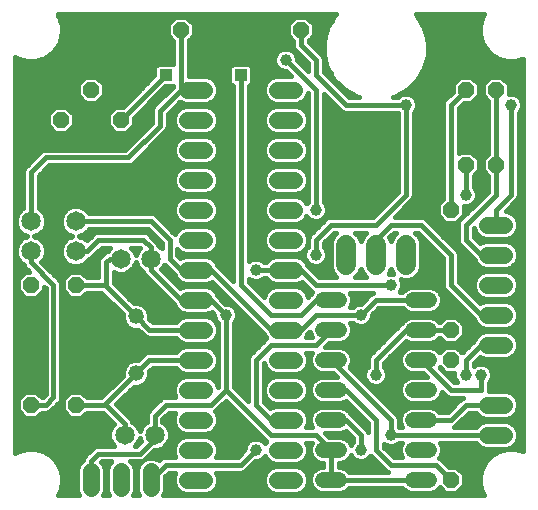
<source format=gbl>
G75*
%MOIN*%
%OFA0B0*%
%FSLAX25Y25*%
%IPPOS*%
%LPD*%
%AMOC8*
5,1,8,0,0,1.08239X$1,22.5*
%
%ADD10C,0.05200*%
%ADD11C,0.05600*%
%ADD12OC8,0.05200*%
%ADD13C,0.06600*%
%ADD14C,0.05200*%
%ADD15C,0.06500*%
%ADD16C,0.01600*%
%ADD17C,0.03962*%
%ADD18R,0.03962X0.03962*%
D10*
X0109200Y0013500D02*
X0114400Y0013500D01*
X0114400Y0023500D02*
X0109200Y0023500D01*
X0109200Y0033500D02*
X0114400Y0033500D01*
X0114400Y0043500D02*
X0109200Y0043500D01*
X0109200Y0053500D02*
X0114400Y0053500D01*
X0114400Y0063500D02*
X0109200Y0063500D01*
X0109200Y0073500D02*
X0114400Y0073500D01*
X0139200Y0073500D02*
X0144400Y0073500D01*
X0144400Y0063500D02*
X0139200Y0063500D01*
X0139200Y0053500D02*
X0144400Y0053500D01*
X0144400Y0043500D02*
X0139200Y0043500D01*
X0139200Y0033500D02*
X0144400Y0033500D01*
X0144400Y0023500D02*
X0139200Y0023500D01*
X0139200Y0013500D02*
X0144400Y0013500D01*
D11*
X0164000Y0028500D02*
X0169600Y0028500D01*
X0169600Y0038500D02*
X0164000Y0038500D01*
X0164000Y0058500D02*
X0169600Y0058500D01*
X0169600Y0068500D02*
X0164000Y0068500D01*
X0164000Y0078500D02*
X0169600Y0078500D01*
X0169600Y0088500D02*
X0164000Y0088500D01*
X0164000Y0098500D02*
X0169600Y0098500D01*
X0099600Y0093500D02*
X0094000Y0093500D01*
X0094000Y0083500D02*
X0099600Y0083500D01*
X0099600Y0073500D02*
X0094000Y0073500D01*
X0094000Y0063500D02*
X0099600Y0063500D01*
X0099600Y0053500D02*
X0094000Y0053500D01*
X0094000Y0043500D02*
X0099600Y0043500D01*
X0099600Y0033500D02*
X0094000Y0033500D01*
X0094000Y0023500D02*
X0099600Y0023500D01*
X0099600Y0013500D02*
X0094000Y0013500D01*
X0069600Y0013500D02*
X0064000Y0013500D01*
X0064000Y0023500D02*
X0069600Y0023500D01*
X0069600Y0033500D02*
X0064000Y0033500D01*
X0064000Y0043500D02*
X0069600Y0043500D01*
X0069600Y0053500D02*
X0064000Y0053500D01*
X0064000Y0063500D02*
X0069600Y0063500D01*
X0069600Y0073500D02*
X0064000Y0073500D01*
X0064000Y0083500D02*
X0069600Y0083500D01*
X0069600Y0093500D02*
X0064000Y0093500D01*
X0064000Y0103500D02*
X0069600Y0103500D01*
X0069600Y0113500D02*
X0064000Y0113500D01*
X0064000Y0123500D02*
X0069600Y0123500D01*
X0069600Y0133500D02*
X0064000Y0133500D01*
X0064000Y0143500D02*
X0069600Y0143500D01*
X0094000Y0143500D02*
X0099600Y0143500D01*
X0099600Y0133500D02*
X0094000Y0133500D01*
X0094000Y0123500D02*
X0099600Y0123500D01*
X0099600Y0113500D02*
X0094000Y0113500D01*
X0094000Y0103500D02*
X0099600Y0103500D01*
X0051800Y0016300D02*
X0051800Y0010700D01*
X0041800Y0010700D02*
X0041800Y0016300D01*
X0031800Y0016300D02*
X0031800Y0010700D01*
D12*
X0026800Y0038500D03*
X0011800Y0038500D03*
X0011800Y0078500D03*
X0026800Y0078500D03*
X0021800Y0133500D03*
X0031800Y0143500D03*
X0041800Y0133500D03*
X0061800Y0163500D03*
X0101800Y0163500D03*
X0156800Y0143500D03*
X0166800Y0143500D03*
X0166800Y0118500D03*
X0156800Y0118500D03*
X0151800Y0103500D03*
X0151800Y0063500D03*
X0151800Y0053500D03*
X0151800Y0013500D03*
D13*
X0136800Y0085200D02*
X0136800Y0091800D01*
X0126800Y0091800D02*
X0126800Y0085200D01*
X0116800Y0085200D02*
X0116800Y0091800D01*
D14*
X0046800Y0068000D03*
X0046800Y0049000D03*
D15*
X0043050Y0028500D03*
X0053050Y0028500D03*
X0051800Y0087250D03*
X0041800Y0087250D03*
X0026800Y0089750D03*
X0026800Y0099750D03*
X0011800Y0099750D03*
X0011800Y0089750D03*
D16*
X0021409Y0009520D02*
X0020705Y0008300D01*
X0027815Y0008300D01*
X0027200Y0009785D01*
X0027200Y0017215D01*
X0027900Y0018906D01*
X0029194Y0020200D01*
X0029200Y0020202D01*
X0029200Y0020267D01*
X0029596Y0021223D01*
X0030327Y0021954D01*
X0032827Y0024454D01*
X0033783Y0024850D01*
X0039558Y0024850D01*
X0038769Y0025639D01*
X0038000Y0027495D01*
X0038000Y0029505D01*
X0038769Y0031361D01*
X0039516Y0032107D01*
X0035723Y0035900D01*
X0030423Y0035900D01*
X0028623Y0034100D01*
X0024977Y0034100D01*
X0022400Y0036677D01*
X0022400Y0040323D01*
X0024977Y0042900D01*
X0028623Y0042900D01*
X0030423Y0041100D01*
X0035223Y0041100D01*
X0042400Y0048277D01*
X0042400Y0049875D01*
X0043070Y0051492D01*
X0044308Y0052730D01*
X0045925Y0053400D01*
X0047523Y0053400D01*
X0049096Y0054973D01*
X0049827Y0055704D01*
X0050783Y0056100D01*
X0060098Y0056100D01*
X0060100Y0056106D01*
X0061394Y0057400D01*
X0063085Y0058100D01*
X0070515Y0058100D01*
X0072206Y0057400D01*
X0073500Y0056106D01*
X0074200Y0054415D01*
X0074200Y0052585D01*
X0073500Y0050894D01*
X0072206Y0049600D01*
X0070515Y0048900D01*
X0063085Y0048900D01*
X0061394Y0049600D01*
X0060100Y0050894D01*
X0060098Y0050900D01*
X0052377Y0050900D01*
X0051200Y0049723D01*
X0051200Y0048125D01*
X0050530Y0046508D01*
X0049292Y0045270D01*
X0047675Y0044600D01*
X0046077Y0044600D01*
X0040227Y0038750D01*
X0044523Y0034454D01*
X0045254Y0033723D01*
X0045589Y0032914D01*
X0045911Y0032781D01*
X0047331Y0031361D01*
X0048050Y0029625D01*
X0048769Y0031361D01*
X0050189Y0032781D01*
X0050450Y0032889D01*
X0050450Y0035267D01*
X0050846Y0036223D01*
X0051577Y0036954D01*
X0055327Y0040704D01*
X0056283Y0041100D01*
X0060015Y0041100D01*
X0059400Y0042585D01*
X0059400Y0044415D01*
X0060100Y0046106D01*
X0061394Y0047400D01*
X0063085Y0048100D01*
X0070515Y0048100D01*
X0072206Y0047400D01*
X0073500Y0046106D01*
X0074153Y0044529D01*
X0074200Y0044577D01*
X0074200Y0065753D01*
X0073595Y0066358D01*
X0073019Y0067748D01*
X0073019Y0068604D01*
X0072076Y0069547D01*
X0070515Y0068900D01*
X0063085Y0068900D01*
X0061394Y0069600D01*
X0060100Y0070894D01*
X0059656Y0071967D01*
X0059596Y0072027D01*
X0049596Y0082027D01*
X0049261Y0082836D01*
X0048939Y0082969D01*
X0047519Y0084389D01*
X0046800Y0086125D01*
X0046081Y0084389D01*
X0044661Y0082969D01*
X0042805Y0082200D01*
X0040795Y0082200D01*
X0039400Y0082778D01*
X0039400Y0079077D01*
X0046077Y0072400D01*
X0047675Y0072400D01*
X0049292Y0071730D01*
X0050530Y0070492D01*
X0051200Y0068875D01*
X0051200Y0067277D01*
X0052377Y0066100D01*
X0060098Y0066100D01*
X0060100Y0066106D01*
X0061394Y0067400D01*
X0063085Y0068100D01*
X0070515Y0068100D01*
X0072206Y0067400D01*
X0073500Y0066106D01*
X0074200Y0064415D01*
X0074200Y0062585D01*
X0073500Y0060894D01*
X0072206Y0059600D01*
X0070515Y0058900D01*
X0063085Y0058900D01*
X0061394Y0059600D01*
X0060100Y0060894D01*
X0060098Y0060900D01*
X0050783Y0060900D01*
X0049827Y0061296D01*
X0047523Y0063600D01*
X0045925Y0063600D01*
X0044308Y0064270D01*
X0043070Y0065508D01*
X0042400Y0067125D01*
X0042400Y0068723D01*
X0035327Y0075796D01*
X0035327Y0075796D01*
X0035223Y0075900D01*
X0030423Y0075900D01*
X0028623Y0074100D01*
X0024977Y0074100D01*
X0022400Y0076677D01*
X0022400Y0080323D01*
X0024977Y0082900D01*
X0028623Y0082900D01*
X0030423Y0081100D01*
X0034200Y0081100D01*
X0034200Y0086517D01*
X0034596Y0087473D01*
X0035327Y0088204D01*
X0036577Y0089454D01*
X0037386Y0089789D01*
X0037519Y0090111D01*
X0038308Y0090900D01*
X0035377Y0090900D01*
X0032023Y0087546D01*
X0031214Y0087211D01*
X0031081Y0086889D01*
X0029661Y0085469D01*
X0027805Y0084700D01*
X0025795Y0084700D01*
X0023939Y0085469D01*
X0022519Y0086889D01*
X0021750Y0088745D01*
X0021750Y0090755D01*
X0022519Y0092611D01*
X0023939Y0094031D01*
X0025675Y0094750D01*
X0023939Y0095469D01*
X0022519Y0096889D01*
X0021750Y0098745D01*
X0021750Y0100755D01*
X0022519Y0102611D01*
X0023939Y0104031D01*
X0025795Y0104800D01*
X0027805Y0104800D01*
X0029661Y0104031D01*
X0031081Y0102611D01*
X0031189Y0102350D01*
X0052317Y0102350D01*
X0053273Y0101954D01*
X0059523Y0095704D01*
X0059814Y0095413D01*
X0060100Y0096106D01*
X0061394Y0097400D01*
X0063085Y0098100D01*
X0070515Y0098100D01*
X0072206Y0097400D01*
X0073500Y0096106D01*
X0074200Y0094415D01*
X0074200Y0092585D01*
X0073500Y0090894D01*
X0072206Y0089600D01*
X0070515Y0088900D01*
X0063085Y0088900D01*
X0061394Y0089600D01*
X0060650Y0090345D01*
X0060650Y0088327D01*
X0061524Y0087453D01*
X0063085Y0088100D01*
X0070515Y0088100D01*
X0072206Y0087400D01*
X0073500Y0086106D01*
X0073944Y0085033D01*
X0079200Y0079777D01*
X0079200Y0144719D01*
X0079073Y0144719D01*
X0078019Y0145773D01*
X0078019Y0151227D01*
X0079073Y0152281D01*
X0084527Y0152281D01*
X0085581Y0151227D01*
X0085581Y0145773D01*
X0084527Y0144719D01*
X0084400Y0144719D01*
X0084400Y0086447D01*
X0084658Y0086705D01*
X0086048Y0087281D01*
X0087552Y0087281D01*
X0088942Y0086705D01*
X0089547Y0086100D01*
X0090098Y0086100D01*
X0090100Y0086106D01*
X0091394Y0087400D01*
X0093085Y0088100D01*
X0100515Y0088100D01*
X0102206Y0087400D01*
X0103500Y0086106D01*
X0103944Y0085033D01*
X0107877Y0081100D01*
X0113688Y0081100D01*
X0112476Y0082311D01*
X0111700Y0084186D01*
X0111700Y0092814D01*
X0112476Y0094689D01*
X0113688Y0095900D01*
X0112877Y0095900D01*
X0109400Y0092423D01*
X0109400Y0091247D01*
X0110005Y0090642D01*
X0110581Y0089252D01*
X0110581Y0087748D01*
X0110005Y0086358D01*
X0108942Y0085295D01*
X0107552Y0084719D01*
X0106048Y0084719D01*
X0104658Y0085295D01*
X0103595Y0086358D01*
X0103019Y0087748D01*
X0103019Y0089252D01*
X0103595Y0090642D01*
X0104200Y0091247D01*
X0104200Y0094017D01*
X0104596Y0094973D01*
X0105327Y0095704D01*
X0110327Y0100704D01*
X0111283Y0101100D01*
X0125723Y0101100D01*
X0134200Y0109577D01*
X0134200Y0135753D01*
X0134053Y0135900D01*
X0116283Y0135900D01*
X0115327Y0136296D01*
X0114596Y0137027D01*
X0109400Y0142223D01*
X0109400Y0106247D01*
X0110005Y0105642D01*
X0110581Y0104252D01*
X0110581Y0102748D01*
X0110005Y0101358D01*
X0108942Y0100295D01*
X0107552Y0099719D01*
X0106048Y0099719D01*
X0104658Y0100295D01*
X0103663Y0101289D01*
X0103500Y0100894D01*
X0102206Y0099600D01*
X0100515Y0098900D01*
X0093085Y0098900D01*
X0091394Y0099600D01*
X0090100Y0100894D01*
X0089400Y0102585D01*
X0089400Y0104415D01*
X0090100Y0106106D01*
X0091394Y0107400D01*
X0093085Y0108100D01*
X0100515Y0108100D01*
X0102206Y0107400D01*
X0103500Y0106106D01*
X0103663Y0105711D01*
X0104200Y0106247D01*
X0104200Y0142423D01*
X0104153Y0142470D01*
X0103500Y0140894D01*
X0102206Y0139600D01*
X0100515Y0138900D01*
X0093085Y0138900D01*
X0091394Y0139600D01*
X0090100Y0140894D01*
X0089400Y0142585D01*
X0089400Y0144415D01*
X0090100Y0146106D01*
X0091394Y0147400D01*
X0093085Y0148100D01*
X0098523Y0148100D01*
X0096904Y0149719D01*
X0096048Y0149719D01*
X0094658Y0150295D01*
X0093595Y0151358D01*
X0093019Y0152748D01*
X0093019Y0154252D01*
X0093595Y0155642D01*
X0094658Y0156705D01*
X0096048Y0157281D01*
X0097552Y0157281D01*
X0098942Y0156705D01*
X0100005Y0155642D01*
X0100581Y0154252D01*
X0100581Y0153396D01*
X0104200Y0149777D01*
X0104200Y0152423D01*
X0099596Y0157027D01*
X0099200Y0157983D01*
X0099200Y0159877D01*
X0097400Y0161677D01*
X0097400Y0165323D01*
X0099977Y0167900D01*
X0103623Y0167900D01*
X0106200Y0165323D01*
X0106200Y0161677D01*
X0104400Y0159877D01*
X0104400Y0159577D01*
X0108273Y0155704D01*
X0109004Y0154973D01*
X0109400Y0154017D01*
X0109400Y0149577D01*
X0117877Y0141100D01*
X0121164Y0141100D01*
X0120122Y0141379D01*
X0116178Y0143657D01*
X0112957Y0146878D01*
X0110679Y0150822D01*
X0109500Y0155222D01*
X0109500Y0159778D01*
X0110679Y0164178D01*
X0112957Y0168122D01*
X0113495Y0168661D01*
X0020728Y0168661D01*
X0021409Y0167480D01*
X0022112Y0164858D01*
X0022112Y0162142D01*
X0021409Y0159520D01*
X0020051Y0157168D01*
X0018132Y0155248D01*
X0015780Y0153891D01*
X0013158Y0153188D01*
X0010442Y0153188D01*
X0007820Y0153891D01*
X0006600Y0154595D01*
X0006600Y0022405D01*
X0007820Y0023109D01*
X0010442Y0023812D01*
X0013158Y0023812D01*
X0015780Y0023109D01*
X0018132Y0021751D01*
X0020051Y0019832D01*
X0021409Y0017480D01*
X0022112Y0014858D01*
X0022112Y0012142D01*
X0021409Y0009520D01*
X0021509Y0009894D02*
X0027200Y0009894D01*
X0027200Y0011493D02*
X0021938Y0011493D01*
X0022112Y0013091D02*
X0027200Y0013091D01*
X0027200Y0014690D02*
X0022112Y0014690D01*
X0021728Y0016288D02*
X0027200Y0016288D01*
X0027478Y0017887D02*
X0021174Y0017887D01*
X0020252Y0019485D02*
X0028480Y0019485D01*
X0029538Y0021084D02*
X0018799Y0021084D01*
X0016520Y0022682D02*
X0031055Y0022682D01*
X0032654Y0024281D02*
X0006600Y0024281D01*
X0006600Y0025879D02*
X0038669Y0025879D01*
X0038007Y0027478D02*
X0006600Y0027478D01*
X0006600Y0029076D02*
X0038000Y0029076D01*
X0038485Y0030675D02*
X0006600Y0030675D01*
X0006600Y0032273D02*
X0039350Y0032273D01*
X0037751Y0033872D02*
X0006600Y0033872D01*
X0006600Y0035470D02*
X0008607Y0035470D01*
X0007400Y0036677D02*
X0009977Y0034100D01*
X0013623Y0034100D01*
X0015423Y0035900D01*
X0017317Y0035900D01*
X0018273Y0036296D01*
X0020773Y0038796D01*
X0021504Y0039527D01*
X0021900Y0040483D01*
X0021900Y0079017D01*
X0021504Y0079973D01*
X0015334Y0086143D01*
X0016081Y0086889D01*
X0016850Y0088745D01*
X0016850Y0090755D01*
X0016081Y0092611D01*
X0014661Y0094031D01*
X0012925Y0094750D01*
X0014661Y0095469D01*
X0016081Y0096889D01*
X0016850Y0098745D01*
X0016850Y0100755D01*
X0016081Y0102611D01*
X0014661Y0104031D01*
X0014400Y0104139D01*
X0014400Y0114923D01*
X0017877Y0118400D01*
X0044817Y0118400D01*
X0045773Y0118796D01*
X0046504Y0119527D01*
X0057004Y0130027D01*
X0057400Y0130983D01*
X0057400Y0135423D01*
X0061524Y0139547D01*
X0063085Y0138900D01*
X0070515Y0138900D01*
X0072206Y0139600D01*
X0073500Y0140894D01*
X0074200Y0142585D01*
X0074200Y0144415D01*
X0073500Y0146106D01*
X0072206Y0147400D01*
X0070515Y0148100D01*
X0064400Y0148100D01*
X0064400Y0159877D01*
X0066200Y0161677D01*
X0066200Y0165323D01*
X0063623Y0167900D01*
X0059977Y0167900D01*
X0057400Y0165323D01*
X0057400Y0161677D01*
X0059200Y0159877D01*
X0059200Y0152281D01*
X0054073Y0152281D01*
X0053019Y0151227D01*
X0053019Y0148396D01*
X0042523Y0137900D01*
X0039977Y0137900D01*
X0037400Y0135323D01*
X0037400Y0131677D01*
X0039977Y0129100D01*
X0043623Y0129100D01*
X0046200Y0131677D01*
X0046200Y0134223D01*
X0056696Y0144719D01*
X0059200Y0144719D01*
X0059200Y0144577D01*
X0053327Y0138704D01*
X0052596Y0137973D01*
X0052200Y0137017D01*
X0052200Y0132577D01*
X0043223Y0123600D01*
X0016283Y0123600D01*
X0015327Y0123204D01*
X0010327Y0118204D01*
X0009596Y0117473D01*
X0009200Y0116517D01*
X0009200Y0104139D01*
X0008939Y0104031D01*
X0007519Y0102611D01*
X0006750Y0100755D01*
X0006750Y0098745D01*
X0007519Y0096889D01*
X0008939Y0095469D01*
X0010675Y0094750D01*
X0008939Y0094031D01*
X0007519Y0092611D01*
X0006750Y0090755D01*
X0006750Y0088745D01*
X0007519Y0086889D01*
X0008939Y0085469D01*
X0009261Y0085336D01*
X0009596Y0084527D01*
X0010327Y0083796D01*
X0011223Y0082900D01*
X0009977Y0082900D01*
X0007400Y0080323D01*
X0007400Y0076677D01*
X0009977Y0074100D01*
X0013623Y0074100D01*
X0016200Y0076677D01*
X0016200Y0077923D01*
X0016700Y0077423D01*
X0016700Y0042077D01*
X0015723Y0041100D01*
X0015423Y0041100D01*
X0013623Y0042900D01*
X0009977Y0042900D01*
X0007400Y0040323D01*
X0007400Y0036677D01*
X0007400Y0037069D02*
X0006600Y0037069D01*
X0006600Y0038667D02*
X0007400Y0038667D01*
X0007400Y0040266D02*
X0006600Y0040266D01*
X0006600Y0041864D02*
X0008942Y0041864D01*
X0006600Y0043463D02*
X0016700Y0043463D01*
X0016700Y0045061D02*
X0006600Y0045061D01*
X0006600Y0046660D02*
X0016700Y0046660D01*
X0016700Y0048258D02*
X0006600Y0048258D01*
X0006600Y0049857D02*
X0016700Y0049857D01*
X0016700Y0051455D02*
X0006600Y0051455D01*
X0006600Y0053054D02*
X0016700Y0053054D01*
X0016700Y0054652D02*
X0006600Y0054652D01*
X0006600Y0056251D02*
X0016700Y0056251D01*
X0016700Y0057849D02*
X0006600Y0057849D01*
X0006600Y0059448D02*
X0016700Y0059448D01*
X0016700Y0061046D02*
X0006600Y0061046D01*
X0006600Y0062645D02*
X0016700Y0062645D01*
X0016700Y0064243D02*
X0006600Y0064243D01*
X0006600Y0065842D02*
X0016700Y0065842D01*
X0016700Y0067440D02*
X0006600Y0067440D01*
X0006600Y0069039D02*
X0016700Y0069039D01*
X0016700Y0070637D02*
X0006600Y0070637D01*
X0006600Y0072236D02*
X0016700Y0072236D01*
X0016700Y0073834D02*
X0006600Y0073834D01*
X0006600Y0075433D02*
X0008644Y0075433D01*
X0007400Y0077032D02*
X0006600Y0077032D01*
X0006600Y0078630D02*
X0007400Y0078630D01*
X0007400Y0080229D02*
X0006600Y0080229D01*
X0006600Y0081827D02*
X0008905Y0081827D01*
X0010697Y0083426D02*
X0006600Y0083426D01*
X0006600Y0085024D02*
X0009390Y0085024D01*
X0007786Y0086623D02*
X0006600Y0086623D01*
X0006600Y0088221D02*
X0006967Y0088221D01*
X0006750Y0089820D02*
X0006600Y0089820D01*
X0006600Y0091418D02*
X0007025Y0091418D01*
X0006600Y0093017D02*
X0007925Y0093017D01*
X0006600Y0094615D02*
X0010349Y0094615D01*
X0008195Y0096214D02*
X0006600Y0096214D01*
X0006600Y0097812D02*
X0007137Y0097812D01*
X0006750Y0099411D02*
X0006600Y0099411D01*
X0006600Y0101009D02*
X0006855Y0101009D01*
X0006600Y0102608D02*
X0007518Y0102608D01*
X0006600Y0104206D02*
X0009200Y0104206D01*
X0009200Y0105805D02*
X0006600Y0105805D01*
X0006600Y0107403D02*
X0009200Y0107403D01*
X0009200Y0109002D02*
X0006600Y0109002D01*
X0006600Y0110600D02*
X0009200Y0110600D01*
X0009200Y0112199D02*
X0006600Y0112199D01*
X0006600Y0113797D02*
X0009200Y0113797D01*
X0009200Y0115396D02*
X0006600Y0115396D01*
X0006600Y0116994D02*
X0009398Y0116994D01*
X0010716Y0118593D02*
X0006600Y0118593D01*
X0006600Y0120191D02*
X0012314Y0120191D01*
X0013913Y0121790D02*
X0006600Y0121790D01*
X0006600Y0123388D02*
X0015772Y0123388D01*
X0016800Y0121000D02*
X0011800Y0116000D01*
X0011800Y0099750D01*
X0016463Y0097812D02*
X0022137Y0097812D01*
X0021750Y0099411D02*
X0016850Y0099411D01*
X0016745Y0101009D02*
X0021855Y0101009D01*
X0022518Y0102608D02*
X0016082Y0102608D01*
X0014400Y0104206D02*
X0024362Y0104206D01*
X0029238Y0104206D02*
X0059400Y0104206D01*
X0059400Y0104415D02*
X0059400Y0102585D01*
X0060100Y0100894D01*
X0061394Y0099600D01*
X0063085Y0098900D01*
X0070515Y0098900D01*
X0072206Y0099600D01*
X0073500Y0100894D01*
X0074200Y0102585D01*
X0074200Y0104415D01*
X0073500Y0106106D01*
X0072206Y0107400D01*
X0070515Y0108100D01*
X0063085Y0108100D01*
X0061394Y0107400D01*
X0060100Y0106106D01*
X0059400Y0104415D01*
X0059976Y0105805D02*
X0014400Y0105805D01*
X0014400Y0107403D02*
X0061403Y0107403D01*
X0062839Y0109002D02*
X0014400Y0109002D01*
X0014400Y0110600D02*
X0060394Y0110600D01*
X0060100Y0110894D02*
X0061394Y0109600D01*
X0063085Y0108900D01*
X0070515Y0108900D01*
X0072206Y0109600D01*
X0073500Y0110894D01*
X0074200Y0112585D01*
X0074200Y0114415D01*
X0073500Y0116106D01*
X0072206Y0117400D01*
X0070515Y0118100D01*
X0063085Y0118100D01*
X0061394Y0117400D01*
X0060100Y0116106D01*
X0059400Y0114415D01*
X0059400Y0112585D01*
X0060100Y0110894D01*
X0059560Y0112199D02*
X0014400Y0112199D01*
X0014400Y0113797D02*
X0059400Y0113797D01*
X0059806Y0115396D02*
X0014873Y0115396D01*
X0016471Y0116994D02*
X0060989Y0116994D01*
X0061394Y0119600D02*
X0063085Y0118900D01*
X0070515Y0118900D01*
X0072206Y0119600D01*
X0073500Y0120894D01*
X0074200Y0122585D01*
X0074200Y0124415D01*
X0073500Y0126106D01*
X0072206Y0127400D01*
X0070515Y0128100D01*
X0063085Y0128100D01*
X0061394Y0127400D01*
X0060100Y0126106D01*
X0059400Y0124415D01*
X0059400Y0122585D01*
X0060100Y0120894D01*
X0061394Y0119600D01*
X0060803Y0120191D02*
X0047168Y0120191D01*
X0048767Y0121790D02*
X0059729Y0121790D01*
X0059400Y0123388D02*
X0050365Y0123388D01*
X0051964Y0124987D02*
X0059637Y0124987D01*
X0060580Y0126585D02*
X0053562Y0126585D01*
X0055161Y0128184D02*
X0079200Y0128184D01*
X0079200Y0129782D02*
X0072388Y0129782D01*
X0072206Y0129600D02*
X0073500Y0130894D01*
X0074200Y0132585D01*
X0074200Y0134415D01*
X0073500Y0136106D01*
X0072206Y0137400D01*
X0070515Y0138100D01*
X0063085Y0138100D01*
X0061394Y0137400D01*
X0060100Y0136106D01*
X0059400Y0134415D01*
X0059400Y0132585D01*
X0060100Y0130894D01*
X0061394Y0129600D01*
X0063085Y0128900D01*
X0070515Y0128900D01*
X0072206Y0129600D01*
X0073701Y0131381D02*
X0079200Y0131381D01*
X0079200Y0132979D02*
X0074200Y0132979D01*
X0074133Y0134578D02*
X0079200Y0134578D01*
X0079200Y0136176D02*
X0073429Y0136176D01*
X0071300Y0137775D02*
X0079200Y0137775D01*
X0079200Y0139373D02*
X0071658Y0139373D01*
X0073532Y0140972D02*
X0079200Y0140972D01*
X0079200Y0142570D02*
X0074194Y0142570D01*
X0074200Y0144169D02*
X0079200Y0144169D01*
X0078025Y0145768D02*
X0073640Y0145768D01*
X0072239Y0147366D02*
X0078019Y0147366D01*
X0078019Y0148965D02*
X0064400Y0148965D01*
X0064400Y0150563D02*
X0078019Y0150563D01*
X0078954Y0152162D02*
X0064400Y0152162D01*
X0064400Y0153760D02*
X0093019Y0153760D01*
X0093262Y0152162D02*
X0084646Y0152162D01*
X0085581Y0150563D02*
X0094390Y0150563D01*
X0097659Y0148965D02*
X0085581Y0148965D01*
X0085581Y0147366D02*
X0091361Y0147366D01*
X0089960Y0145768D02*
X0085575Y0145768D01*
X0084400Y0144169D02*
X0089400Y0144169D01*
X0089406Y0142570D02*
X0084400Y0142570D01*
X0084400Y0140972D02*
X0090068Y0140972D01*
X0091942Y0139373D02*
X0084400Y0139373D01*
X0084400Y0137775D02*
X0092300Y0137775D01*
X0093085Y0138100D02*
X0091394Y0137400D01*
X0090100Y0136106D01*
X0089400Y0134415D01*
X0089400Y0132585D01*
X0090100Y0130894D01*
X0091394Y0129600D01*
X0093085Y0128900D01*
X0100515Y0128900D01*
X0102206Y0129600D01*
X0103500Y0130894D01*
X0104200Y0132585D01*
X0104200Y0134415D01*
X0103500Y0136106D01*
X0102206Y0137400D01*
X0100515Y0138100D01*
X0093085Y0138100D01*
X0090171Y0136176D02*
X0084400Y0136176D01*
X0084400Y0134578D02*
X0089467Y0134578D01*
X0089400Y0132979D02*
X0084400Y0132979D01*
X0084400Y0131381D02*
X0089899Y0131381D01*
X0091212Y0129782D02*
X0084400Y0129782D01*
X0084400Y0128184D02*
X0104200Y0128184D01*
X0104200Y0129782D02*
X0102388Y0129782D01*
X0103701Y0131381D02*
X0104200Y0131381D01*
X0104200Y0132979D02*
X0104200Y0132979D01*
X0104200Y0134578D02*
X0104133Y0134578D01*
X0104200Y0136176D02*
X0103429Y0136176D01*
X0104200Y0137775D02*
X0101300Y0137775D01*
X0101658Y0139373D02*
X0104200Y0139373D01*
X0104200Y0140972D02*
X0103532Y0140972D01*
X0106800Y0143500D02*
X0096800Y0153500D01*
X0095266Y0156957D02*
X0064400Y0156957D01*
X0064400Y0155359D02*
X0093477Y0155359D01*
X0098334Y0156957D02*
X0099666Y0156957D01*
X0100123Y0155359D02*
X0101264Y0155359D01*
X0100581Y0153760D02*
X0102863Y0153760D01*
X0101815Y0152162D02*
X0104200Y0152162D01*
X0104200Y0150563D02*
X0103414Y0150563D01*
X0106800Y0148500D02*
X0106800Y0153500D01*
X0101800Y0158500D01*
X0101800Y0163500D01*
X0098626Y0166548D02*
X0064974Y0166548D01*
X0066200Y0164950D02*
X0097400Y0164950D01*
X0097400Y0163351D02*
X0066200Y0163351D01*
X0066200Y0161753D02*
X0097400Y0161753D01*
X0098923Y0160154D02*
X0064677Y0160154D01*
X0064400Y0158556D02*
X0099200Y0158556D01*
X0104677Y0160154D02*
X0109601Y0160154D01*
X0109500Y0158556D02*
X0105421Y0158556D01*
X0107020Y0156957D02*
X0109500Y0156957D01*
X0109500Y0155359D02*
X0108618Y0155359D01*
X0109400Y0153760D02*
X0109892Y0153760D01*
X0110320Y0152162D02*
X0109400Y0152162D01*
X0109400Y0150563D02*
X0110829Y0150563D01*
X0110012Y0148965D02*
X0111752Y0148965D01*
X0111611Y0147366D02*
X0112675Y0147366D01*
X0113209Y0145768D02*
X0114067Y0145768D01*
X0114808Y0144169D02*
X0115665Y0144169D01*
X0116406Y0142570D02*
X0118059Y0142570D01*
X0116800Y0138500D02*
X0136800Y0138500D01*
X0136800Y0108500D01*
X0126800Y0098500D01*
X0111800Y0098500D01*
X0106800Y0093500D01*
X0106800Y0088500D01*
X0108289Y0085024D02*
X0111700Y0085024D01*
X0111700Y0086623D02*
X0110115Y0086623D01*
X0110581Y0088221D02*
X0111700Y0088221D01*
X0111700Y0089820D02*
X0110346Y0089820D01*
X0109400Y0091418D02*
X0111700Y0091418D01*
X0111784Y0093017D02*
X0109994Y0093017D01*
X0111592Y0094615D02*
X0112446Y0094615D01*
X0109034Y0099411D02*
X0101748Y0099411D01*
X0101210Y0097812D02*
X0107435Y0097812D01*
X0105837Y0096214D02*
X0103392Y0096214D01*
X0103500Y0096106D02*
X0102206Y0097400D01*
X0100515Y0098100D01*
X0093085Y0098100D01*
X0091394Y0097400D01*
X0090100Y0096106D01*
X0089400Y0094415D01*
X0089400Y0092585D01*
X0090100Y0090894D01*
X0091394Y0089600D01*
X0093085Y0088900D01*
X0100515Y0088900D01*
X0102206Y0089600D01*
X0103500Y0090894D01*
X0104200Y0092585D01*
X0104200Y0094415D01*
X0103500Y0096106D01*
X0104117Y0094615D02*
X0104448Y0094615D01*
X0104200Y0093017D02*
X0104200Y0093017D01*
X0104200Y0091418D02*
X0103717Y0091418D01*
X0103254Y0089820D02*
X0102425Y0089820D01*
X0103019Y0088221D02*
X0084400Y0088221D01*
X0084400Y0086623D02*
X0084575Y0086623D01*
X0086800Y0083500D02*
X0096800Y0083500D01*
X0101800Y0083500D01*
X0106800Y0078500D01*
X0131800Y0078500D01*
X0135284Y0077032D02*
X0136509Y0077032D01*
X0136708Y0077230D02*
X0135577Y0076100D01*
X0134747Y0076100D01*
X0135005Y0076358D01*
X0135581Y0077748D01*
X0135581Y0079252D01*
X0135115Y0080378D01*
X0135786Y0080100D01*
X0137814Y0080100D01*
X0139689Y0080876D01*
X0141124Y0082311D01*
X0141900Y0084186D01*
X0141900Y0092814D01*
X0141124Y0094689D01*
X0139912Y0095900D01*
X0140723Y0095900D01*
X0149200Y0087423D01*
X0149200Y0077983D01*
X0149596Y0077027D01*
X0150327Y0076296D01*
X0159656Y0066967D01*
X0160100Y0065894D01*
X0161394Y0064600D01*
X0163085Y0063900D01*
X0170515Y0063900D01*
X0172206Y0064600D01*
X0173500Y0065894D01*
X0174200Y0067585D01*
X0174200Y0069415D01*
X0173500Y0071106D01*
X0172206Y0072400D01*
X0170515Y0073100D01*
X0163085Y0073100D01*
X0161524Y0072453D01*
X0154400Y0079577D01*
X0154400Y0089017D01*
X0154004Y0089973D01*
X0144004Y0099973D01*
X0143273Y0100704D01*
X0142317Y0101100D01*
X0133077Y0101100D01*
X0139004Y0107027D01*
X0139400Y0107983D01*
X0139400Y0135753D01*
X0140005Y0136358D01*
X0140581Y0137748D01*
X0140581Y0139252D01*
X0140005Y0140642D01*
X0138942Y0141705D01*
X0137552Y0142281D01*
X0136048Y0142281D01*
X0134658Y0141705D01*
X0134053Y0141100D01*
X0132436Y0141100D01*
X0133478Y0141379D01*
X0137422Y0143657D01*
X0140643Y0146878D01*
X0142921Y0150822D01*
X0144100Y0155222D01*
X0144100Y0159778D01*
X0142921Y0164178D01*
X0140643Y0168122D01*
X0140105Y0168661D01*
X0162872Y0168661D01*
X0162191Y0167480D01*
X0161488Y0164858D01*
X0161488Y0162142D01*
X0162191Y0159520D01*
X0163548Y0157168D01*
X0165468Y0155248D01*
X0167820Y0153891D01*
X0170442Y0153188D01*
X0173158Y0153188D01*
X0175701Y0153870D01*
X0175701Y0023130D01*
X0173158Y0023812D01*
X0170442Y0023812D01*
X0167820Y0023109D01*
X0165468Y0021751D01*
X0163548Y0019832D01*
X0162191Y0017480D01*
X0161488Y0014858D01*
X0161488Y0012142D01*
X0162191Y0009520D01*
X0162895Y0008300D01*
X0055785Y0008300D01*
X0056400Y0009785D01*
X0056400Y0014423D01*
X0057877Y0015900D01*
X0060015Y0015900D01*
X0059400Y0014415D01*
X0059400Y0012585D01*
X0060100Y0010894D01*
X0061394Y0009600D01*
X0063085Y0008900D01*
X0070515Y0008900D01*
X0072206Y0009600D01*
X0073500Y0010894D01*
X0074200Y0012585D01*
X0074200Y0014415D01*
X0073585Y0015900D01*
X0082317Y0015900D01*
X0083273Y0016296D01*
X0086696Y0019719D01*
X0087552Y0019719D01*
X0088942Y0020295D01*
X0089937Y0021289D01*
X0090100Y0020894D01*
X0091394Y0019600D01*
X0093085Y0018900D01*
X0100515Y0018900D01*
X0102206Y0019600D01*
X0103500Y0020894D01*
X0104200Y0022585D01*
X0104200Y0024415D01*
X0103585Y0025900D01*
X0105432Y0025900D01*
X0104800Y0024375D01*
X0104800Y0022625D01*
X0105470Y0021008D01*
X0106708Y0019770D01*
X0108325Y0019100D01*
X0109200Y0019100D01*
X0109200Y0017900D01*
X0108325Y0017900D01*
X0106708Y0017230D01*
X0105470Y0015992D01*
X0104800Y0014375D01*
X0104800Y0012625D01*
X0105470Y0011008D01*
X0106708Y0009770D01*
X0108325Y0009100D01*
X0115275Y0009100D01*
X0116892Y0009770D01*
X0118023Y0010900D01*
X0135577Y0010900D01*
X0136708Y0009770D01*
X0138325Y0009100D01*
X0145275Y0009100D01*
X0146892Y0009770D01*
X0148100Y0010977D01*
X0149977Y0009100D01*
X0153623Y0009100D01*
X0156200Y0011677D01*
X0156200Y0015323D01*
X0153623Y0017900D01*
X0151077Y0017900D01*
X0148273Y0020704D01*
X0147957Y0020835D01*
X0148130Y0021008D01*
X0148800Y0022625D01*
X0148800Y0024375D01*
X0148168Y0025900D01*
X0160098Y0025900D01*
X0160100Y0025894D01*
X0161394Y0024600D01*
X0163085Y0023900D01*
X0170515Y0023900D01*
X0172206Y0024600D01*
X0173500Y0025894D01*
X0174200Y0027585D01*
X0174200Y0029415D01*
X0173500Y0031106D01*
X0172206Y0032400D01*
X0170515Y0033100D01*
X0163085Y0033100D01*
X0161394Y0032400D01*
X0160100Y0031106D01*
X0160098Y0031100D01*
X0152800Y0031100D01*
X0153273Y0031296D01*
X0154004Y0032027D01*
X0154004Y0032027D01*
X0157877Y0035900D01*
X0160098Y0035900D01*
X0160100Y0035894D01*
X0161394Y0034600D01*
X0163085Y0033900D01*
X0170515Y0033900D01*
X0172206Y0034600D01*
X0173500Y0035894D01*
X0174200Y0037585D01*
X0174200Y0039415D01*
X0173500Y0041106D01*
X0172206Y0042400D01*
X0170515Y0043100D01*
X0164400Y0043100D01*
X0164400Y0045753D01*
X0165005Y0046358D01*
X0165581Y0047748D01*
X0165581Y0049252D01*
X0165005Y0050642D01*
X0163942Y0051705D01*
X0162552Y0052281D01*
X0161048Y0052281D01*
X0159658Y0051705D01*
X0159400Y0051447D01*
X0159400Y0052423D01*
X0161524Y0054547D01*
X0163085Y0053900D01*
X0170515Y0053900D01*
X0172206Y0054600D01*
X0173500Y0055894D01*
X0174200Y0057585D01*
X0174200Y0059415D01*
X0173500Y0061106D01*
X0172206Y0062400D01*
X0170515Y0063100D01*
X0163085Y0063100D01*
X0161394Y0062400D01*
X0160100Y0061106D01*
X0159656Y0060033D01*
X0155573Y0055950D01*
X0153623Y0057900D01*
X0149977Y0057900D01*
X0148100Y0056023D01*
X0146892Y0057230D01*
X0145275Y0057900D01*
X0138325Y0057900D01*
X0136708Y0057230D01*
X0135470Y0055992D01*
X0134800Y0054375D01*
X0134800Y0052625D01*
X0135470Y0051008D01*
X0136708Y0049770D01*
X0138325Y0049100D01*
X0142523Y0049100D01*
X0143723Y0047900D01*
X0138325Y0047900D01*
X0136708Y0047230D01*
X0135470Y0045992D01*
X0134800Y0044375D01*
X0134800Y0042625D01*
X0135470Y0041008D01*
X0136708Y0039770D01*
X0138325Y0039100D01*
X0145275Y0039100D01*
X0146892Y0039770D01*
X0148130Y0041008D01*
X0148800Y0042625D01*
X0148800Y0042823D01*
X0149596Y0042027D01*
X0150327Y0041296D01*
X0151283Y0040900D01*
X0155800Y0040900D01*
X0155327Y0040704D01*
X0150723Y0036100D01*
X0148023Y0036100D01*
X0146892Y0037230D01*
X0145275Y0037900D01*
X0138325Y0037900D01*
X0136708Y0037230D01*
X0135470Y0035992D01*
X0134800Y0034375D01*
X0134800Y0032625D01*
X0135432Y0031100D01*
X0134547Y0031100D01*
X0134400Y0031247D01*
X0134400Y0034017D01*
X0134004Y0034973D01*
X0133273Y0035704D01*
X0118050Y0050927D01*
X0118130Y0051008D01*
X0118800Y0052625D01*
X0118800Y0054375D01*
X0118130Y0055992D01*
X0116892Y0057230D01*
X0115275Y0057900D01*
X0109877Y0057900D01*
X0111077Y0059100D01*
X0115275Y0059100D01*
X0116892Y0059770D01*
X0118130Y0061008D01*
X0118800Y0062625D01*
X0118800Y0064375D01*
X0118168Y0065900D01*
X0119053Y0065900D01*
X0119658Y0065295D01*
X0121048Y0064719D01*
X0122552Y0064719D01*
X0123942Y0065295D01*
X0125005Y0066358D01*
X0125581Y0067748D01*
X0125581Y0068604D01*
X0127877Y0070900D01*
X0135577Y0070900D01*
X0136708Y0069770D01*
X0138325Y0069100D01*
X0145275Y0069100D01*
X0146892Y0069770D01*
X0148130Y0071008D01*
X0148800Y0072625D01*
X0148800Y0074375D01*
X0148130Y0075992D01*
X0146892Y0077230D01*
X0145275Y0077900D01*
X0138325Y0077900D01*
X0136708Y0077230D01*
X0135581Y0078630D02*
X0149200Y0078630D01*
X0149200Y0080229D02*
X0138125Y0080229D01*
X0135475Y0080229D02*
X0135177Y0080229D01*
X0132506Y0082281D02*
X0131094Y0082281D01*
X0131124Y0082311D01*
X0131800Y0083944D01*
X0132476Y0082311D01*
X0132506Y0082281D01*
X0132015Y0083426D02*
X0131585Y0083426D01*
X0126800Y0088500D02*
X0126800Y0093500D01*
X0131800Y0098500D01*
X0141800Y0098500D01*
X0151800Y0088500D01*
X0151800Y0078500D01*
X0161800Y0068500D01*
X0166800Y0068500D01*
X0171344Y0064243D02*
X0175701Y0064243D01*
X0175701Y0062645D02*
X0171614Y0062645D01*
X0173524Y0061046D02*
X0175701Y0061046D01*
X0175701Y0059448D02*
X0174186Y0059448D01*
X0174200Y0057849D02*
X0175701Y0057849D01*
X0175701Y0056251D02*
X0173647Y0056251D01*
X0172258Y0054652D02*
X0175701Y0054652D01*
X0175701Y0053054D02*
X0160031Y0053054D01*
X0159408Y0051455D02*
X0159400Y0051455D01*
X0156800Y0053500D02*
X0156800Y0048500D01*
X0153019Y0048258D02*
X0150719Y0048258D01*
X0149977Y0049100D02*
X0153019Y0049100D01*
X0153019Y0047748D01*
X0153595Y0046358D01*
X0153853Y0046100D01*
X0152877Y0046100D01*
X0148050Y0050927D01*
X0148100Y0050977D01*
X0149977Y0049100D01*
X0149221Y0049857D02*
X0149120Y0049857D01*
X0152317Y0046660D02*
X0153470Y0046660D01*
X0151800Y0043500D02*
X0161800Y0043500D01*
X0161800Y0048500D01*
X0165331Y0049857D02*
X0175701Y0049857D01*
X0175701Y0051455D02*
X0164192Y0051455D01*
X0165581Y0048258D02*
X0175701Y0048258D01*
X0175701Y0046660D02*
X0165130Y0046660D01*
X0164400Y0045061D02*
X0175701Y0045061D01*
X0175701Y0043463D02*
X0164400Y0043463D01*
X0166800Y0038500D02*
X0156800Y0038500D01*
X0151800Y0033500D01*
X0141800Y0033500D01*
X0147054Y0037069D02*
X0151692Y0037069D01*
X0153290Y0038667D02*
X0130310Y0038667D01*
X0131908Y0037069D02*
X0136546Y0037069D01*
X0135254Y0035470D02*
X0133507Y0035470D01*
X0134400Y0033872D02*
X0134800Y0033872D01*
X0134946Y0032273D02*
X0134400Y0032273D01*
X0131800Y0033500D02*
X0131800Y0028500D01*
X0166800Y0028500D01*
X0171434Y0024281D02*
X0175701Y0024281D01*
X0175701Y0025879D02*
X0173485Y0025879D01*
X0174156Y0027478D02*
X0175701Y0027478D01*
X0175701Y0029076D02*
X0174200Y0029076D01*
X0173678Y0030675D02*
X0175701Y0030675D01*
X0175701Y0032273D02*
X0172332Y0032273D01*
X0175701Y0033872D02*
X0155849Y0033872D01*
X0157447Y0035470D02*
X0160524Y0035470D01*
X0161268Y0032273D02*
X0154250Y0032273D01*
X0154889Y0040266D02*
X0147388Y0040266D01*
X0148485Y0041864D02*
X0149759Y0041864D01*
X0151800Y0043500D02*
X0141800Y0053500D01*
X0138203Y0057849D02*
X0134826Y0057849D01*
X0135728Y0056251D02*
X0133228Y0056251D01*
X0131629Y0054652D02*
X0134915Y0054652D01*
X0134800Y0053054D02*
X0130031Y0053054D01*
X0129400Y0052423D02*
X0136735Y0059758D01*
X0138325Y0059100D01*
X0145275Y0059100D01*
X0146892Y0059770D01*
X0148023Y0060900D01*
X0148177Y0060900D01*
X0149977Y0059100D01*
X0153623Y0059100D01*
X0156200Y0061677D01*
X0156200Y0065323D01*
X0153623Y0067900D01*
X0149977Y0067900D01*
X0148177Y0066100D01*
X0148023Y0066100D01*
X0146892Y0067230D01*
X0145275Y0067900D01*
X0138325Y0067900D01*
X0136708Y0067230D01*
X0135470Y0065992D01*
X0135355Y0065716D01*
X0135327Y0065704D01*
X0125327Y0055704D01*
X0124596Y0054973D01*
X0124200Y0054017D01*
X0124200Y0051247D01*
X0123595Y0050642D01*
X0123019Y0049252D01*
X0123019Y0047748D01*
X0123595Y0046358D01*
X0124658Y0045295D01*
X0126048Y0044719D01*
X0127552Y0044719D01*
X0128942Y0045295D01*
X0130005Y0046358D01*
X0130581Y0047748D01*
X0130581Y0049252D01*
X0130005Y0050642D01*
X0129400Y0051247D01*
X0129400Y0052423D01*
X0129400Y0051455D02*
X0135284Y0051455D01*
X0136621Y0049857D02*
X0130331Y0049857D01*
X0130581Y0048258D02*
X0143365Y0048258D01*
X0136137Y0046660D02*
X0130130Y0046660D01*
X0128379Y0045061D02*
X0135084Y0045061D01*
X0134800Y0043463D02*
X0125514Y0043463D01*
X0125221Y0045061D02*
X0123916Y0045061D01*
X0123470Y0046660D02*
X0122317Y0046660D01*
X0123019Y0048258D02*
X0120719Y0048258D01*
X0119120Y0049857D02*
X0123269Y0049857D01*
X0124200Y0051455D02*
X0118316Y0051455D01*
X0118800Y0053054D02*
X0124200Y0053054D01*
X0124463Y0054652D02*
X0118685Y0054652D01*
X0117872Y0056251D02*
X0125874Y0056251D01*
X0127472Y0057849D02*
X0115397Y0057849D01*
X0116115Y0059448D02*
X0129071Y0059448D01*
X0130669Y0061046D02*
X0118146Y0061046D01*
X0118800Y0062645D02*
X0132268Y0062645D01*
X0133866Y0064243D02*
X0118800Y0064243D01*
X0119111Y0065842D02*
X0118192Y0065842D01*
X0121800Y0068500D02*
X0106800Y0068500D01*
X0101800Y0063500D01*
X0096800Y0063500D01*
X0091800Y0063500D01*
X0071800Y0083500D01*
X0066800Y0083500D01*
X0061800Y0083500D01*
X0058050Y0087250D01*
X0058050Y0093500D01*
X0051800Y0099750D01*
X0026800Y0099750D01*
X0030405Y0096214D02*
X0051659Y0096214D01*
X0050773Y0095704D02*
X0049817Y0096100D01*
X0033783Y0096100D01*
X0032827Y0095704D01*
X0032096Y0094973D01*
X0030407Y0093284D01*
X0029661Y0094031D01*
X0027925Y0094750D01*
X0029661Y0095469D01*
X0031081Y0096889D01*
X0031189Y0097150D01*
X0050723Y0097150D01*
X0055450Y0092423D01*
X0055450Y0090742D01*
X0054661Y0091531D01*
X0054339Y0091664D01*
X0054004Y0092473D01*
X0053273Y0093204D01*
X0050773Y0095704D01*
X0051862Y0094615D02*
X0053258Y0094615D01*
X0053460Y0093017D02*
X0054856Y0093017D01*
X0054774Y0091418D02*
X0055450Y0091418D01*
X0051800Y0091000D02*
X0051800Y0087250D01*
X0051800Y0083500D01*
X0061800Y0073500D01*
X0066800Y0073500D01*
X0071800Y0073500D01*
X0076800Y0068500D01*
X0076800Y0043500D01*
X0071800Y0038500D01*
X0056800Y0038500D01*
X0053050Y0034750D01*
X0053050Y0028500D01*
X0053050Y0027250D01*
X0048050Y0022250D01*
X0034300Y0022250D01*
X0031800Y0019750D01*
X0031800Y0013500D01*
X0036400Y0013091D02*
X0037200Y0013091D01*
X0037200Y0011493D02*
X0036400Y0011493D01*
X0036400Y0009894D02*
X0037200Y0009894D01*
X0037200Y0009785D02*
X0037815Y0008300D01*
X0035785Y0008300D01*
X0036400Y0009785D01*
X0036400Y0017215D01*
X0035700Y0018906D01*
X0035166Y0019439D01*
X0035377Y0019650D01*
X0038645Y0019650D01*
X0037900Y0018906D01*
X0037200Y0017215D01*
X0037200Y0009785D01*
X0037200Y0014690D02*
X0036400Y0014690D01*
X0036400Y0016288D02*
X0037200Y0016288D01*
X0037478Y0017887D02*
X0036122Y0017887D01*
X0035212Y0019485D02*
X0038480Y0019485D01*
X0044955Y0019650D02*
X0048567Y0019650D01*
X0048699Y0019705D01*
X0047900Y0018906D01*
X0047200Y0017215D01*
X0047200Y0009785D01*
X0047815Y0008300D01*
X0045785Y0008300D01*
X0046400Y0009785D01*
X0046400Y0017215D01*
X0045700Y0018906D01*
X0044955Y0019650D01*
X0045120Y0019485D02*
X0048480Y0019485D01*
X0050018Y0020541D02*
X0050254Y0020777D01*
X0052927Y0023450D01*
X0054055Y0023450D01*
X0055911Y0024219D01*
X0057331Y0025639D01*
X0058100Y0027495D01*
X0058100Y0029505D01*
X0057331Y0031361D01*
X0055911Y0032781D01*
X0055650Y0032889D01*
X0055650Y0033673D01*
X0057877Y0035900D01*
X0060015Y0035900D01*
X0059400Y0034415D01*
X0059400Y0032585D01*
X0060100Y0030894D01*
X0061394Y0029600D01*
X0063085Y0028900D01*
X0070515Y0028900D01*
X0072206Y0029600D01*
X0073500Y0030894D01*
X0074200Y0032585D01*
X0074200Y0034415D01*
X0073500Y0036106D01*
X0073291Y0036314D01*
X0074004Y0037027D01*
X0076800Y0039823D01*
X0090309Y0026314D01*
X0090100Y0026106D01*
X0089937Y0025711D01*
X0088942Y0026705D01*
X0087552Y0027281D01*
X0086048Y0027281D01*
X0084658Y0026705D01*
X0083595Y0025642D01*
X0083019Y0024252D01*
X0083019Y0023396D01*
X0080723Y0021100D01*
X0073585Y0021100D01*
X0074200Y0022585D01*
X0074200Y0024415D01*
X0073500Y0026106D01*
X0072206Y0027400D01*
X0070515Y0028100D01*
X0063085Y0028100D01*
X0061394Y0027400D01*
X0060100Y0026106D01*
X0059400Y0024415D01*
X0059400Y0022585D01*
X0060015Y0021100D01*
X0056283Y0021100D01*
X0055327Y0020704D01*
X0054614Y0019991D01*
X0054406Y0020200D01*
X0052715Y0020900D01*
X0050885Y0020900D01*
X0050018Y0020541D01*
X0050561Y0021084D02*
X0056243Y0021084D01*
X0056800Y0018500D02*
X0081800Y0018500D01*
X0086800Y0023500D01*
X0089768Y0025879D02*
X0090006Y0025879D01*
X0089145Y0027478D02*
X0072017Y0027478D01*
X0070940Y0029076D02*
X0087547Y0029076D01*
X0085948Y0030675D02*
X0073280Y0030675D01*
X0074071Y0032273D02*
X0084350Y0032273D01*
X0082751Y0033872D02*
X0074200Y0033872D01*
X0073763Y0035470D02*
X0081153Y0035470D01*
X0079554Y0037069D02*
X0074046Y0037069D01*
X0075644Y0038667D02*
X0077956Y0038667D01*
X0082113Y0041864D02*
X0084200Y0041864D01*
X0084200Y0040266D02*
X0083711Y0040266D01*
X0084200Y0039777D02*
X0079400Y0044577D01*
X0079400Y0065753D01*
X0080005Y0066358D01*
X0080581Y0067748D01*
X0080581Y0069252D01*
X0080005Y0070642D01*
X0078942Y0071705D01*
X0077552Y0072281D01*
X0076696Y0072281D01*
X0074004Y0074973D01*
X0073944Y0075033D01*
X0073500Y0076106D01*
X0072206Y0077400D01*
X0070515Y0078100D01*
X0063085Y0078100D01*
X0061524Y0077453D01*
X0055334Y0083643D01*
X0056081Y0084389D01*
X0056419Y0085204D01*
X0056577Y0085046D01*
X0059596Y0082027D01*
X0059656Y0081967D01*
X0060100Y0080894D01*
X0061394Y0079600D01*
X0063085Y0078900D01*
X0070515Y0078900D01*
X0072076Y0079547D01*
X0089596Y0062027D01*
X0089656Y0061967D01*
X0090100Y0060894D01*
X0090309Y0060686D01*
X0085327Y0055704D01*
X0084596Y0054973D01*
X0084200Y0054017D01*
X0084200Y0039777D01*
X0086800Y0038500D02*
X0091800Y0033500D01*
X0096800Y0033500D01*
X0100515Y0038100D02*
X0093085Y0038100D01*
X0091524Y0037453D01*
X0089400Y0039577D01*
X0089400Y0052423D01*
X0089447Y0052470D01*
X0090100Y0050894D01*
X0091394Y0049600D01*
X0093085Y0048900D01*
X0100515Y0048900D01*
X0102206Y0049600D01*
X0103500Y0050894D01*
X0104200Y0052585D01*
X0104200Y0054415D01*
X0103585Y0055900D01*
X0105432Y0055900D01*
X0104800Y0054375D01*
X0104800Y0052625D01*
X0105470Y0051008D01*
X0106708Y0049770D01*
X0108325Y0049100D01*
X0112523Y0049100D01*
X0113723Y0047900D01*
X0108325Y0047900D01*
X0106708Y0047230D01*
X0105470Y0045992D01*
X0104800Y0044375D01*
X0104800Y0042625D01*
X0105470Y0041008D01*
X0106708Y0039770D01*
X0108325Y0039100D01*
X0115275Y0039100D01*
X0116865Y0039758D01*
X0124200Y0032423D01*
X0124200Y0029500D01*
X0124004Y0029973D01*
X0119004Y0034973D01*
X0118273Y0035704D01*
X0118245Y0035716D01*
X0118130Y0035992D01*
X0116892Y0037230D01*
X0115275Y0037900D01*
X0108325Y0037900D01*
X0106708Y0037230D01*
X0105470Y0035992D01*
X0104800Y0034375D01*
X0104800Y0032625D01*
X0105432Y0031100D01*
X0103585Y0031100D01*
X0104200Y0032585D01*
X0104200Y0034415D01*
X0103500Y0036106D01*
X0102206Y0037400D01*
X0100515Y0038100D01*
X0100515Y0038900D02*
X0102206Y0039600D01*
X0103500Y0040894D01*
X0104200Y0042585D01*
X0104200Y0044415D01*
X0103500Y0046106D01*
X0102206Y0047400D01*
X0100515Y0048100D01*
X0093085Y0048100D01*
X0091394Y0047400D01*
X0090100Y0046106D01*
X0089400Y0044415D01*
X0089400Y0042585D01*
X0090100Y0040894D01*
X0091394Y0039600D01*
X0093085Y0038900D01*
X0100515Y0038900D01*
X0102871Y0040266D02*
X0106212Y0040266D01*
X0105115Y0041864D02*
X0103901Y0041864D01*
X0104200Y0043463D02*
X0104800Y0043463D01*
X0105084Y0045061D02*
X0103932Y0045061D01*
X0102946Y0046660D02*
X0106137Y0046660D01*
X0106621Y0049857D02*
X0102462Y0049857D01*
X0103732Y0051455D02*
X0105284Y0051455D01*
X0104800Y0053054D02*
X0104200Y0053054D01*
X0104102Y0054652D02*
X0104915Y0054652D01*
X0106800Y0058500D02*
X0091800Y0058500D01*
X0086800Y0053500D01*
X0086800Y0038500D01*
X0089400Y0040266D02*
X0090729Y0040266D01*
X0090310Y0038667D02*
X0117956Y0038667D01*
X0117054Y0037069D02*
X0119554Y0037069D01*
X0118507Y0035470D02*
X0121153Y0035470D01*
X0120105Y0033872D02*
X0122751Y0033872D01*
X0121704Y0032273D02*
X0124200Y0032273D01*
X0124200Y0030675D02*
X0123302Y0030675D01*
X0121800Y0028500D02*
X0116800Y0033500D01*
X0111800Y0033500D01*
X0109877Y0029100D02*
X0115275Y0029100D01*
X0116865Y0029758D01*
X0119200Y0027423D01*
X0119200Y0026247D01*
X0118595Y0025642D01*
X0118435Y0025256D01*
X0118130Y0025992D01*
X0116892Y0027230D01*
X0115275Y0027900D01*
X0111077Y0027900D01*
X0109877Y0029100D01*
X0109901Y0029076D02*
X0117547Y0029076D01*
X0116295Y0027478D02*
X0119145Y0027478D01*
X0118832Y0025879D02*
X0118177Y0025879D01*
X0118435Y0021743D02*
X0118595Y0021358D01*
X0119658Y0020295D01*
X0121048Y0019719D01*
X0122552Y0019719D01*
X0123942Y0020295D01*
X0125005Y0021358D01*
X0125081Y0021542D01*
X0130327Y0016296D01*
X0130800Y0016100D01*
X0118023Y0016100D01*
X0116892Y0017230D01*
X0115275Y0017900D01*
X0114400Y0017900D01*
X0114400Y0019100D01*
X0115275Y0019100D01*
X0116892Y0019770D01*
X0118130Y0021008D01*
X0118435Y0021743D01*
X0118162Y0021084D02*
X0118869Y0021084D01*
X0116205Y0019485D02*
X0127138Y0019485D01*
X0128736Y0017887D02*
X0115308Y0017887D01*
X0117834Y0016288D02*
X0130346Y0016288D01*
X0131800Y0018500D02*
X0126800Y0023500D01*
X0126800Y0033500D01*
X0116800Y0043500D01*
X0111800Y0043500D01*
X0113365Y0048258D02*
X0089400Y0048258D01*
X0089400Y0046660D02*
X0090654Y0046660D01*
X0089668Y0045061D02*
X0089400Y0045061D01*
X0089400Y0043463D02*
X0089400Y0043463D01*
X0089400Y0041864D02*
X0089699Y0041864D01*
X0084200Y0043463D02*
X0080514Y0043463D01*
X0079400Y0045061D02*
X0084200Y0045061D01*
X0084200Y0046660D02*
X0079400Y0046660D01*
X0079400Y0048258D02*
X0084200Y0048258D01*
X0084200Y0049857D02*
X0079400Y0049857D01*
X0079400Y0051455D02*
X0084200Y0051455D01*
X0084200Y0053054D02*
X0079400Y0053054D01*
X0079400Y0054652D02*
X0084463Y0054652D01*
X0085874Y0056251D02*
X0079400Y0056251D01*
X0079400Y0057849D02*
X0087472Y0057849D01*
X0089071Y0059448D02*
X0079400Y0059448D01*
X0079400Y0061046D02*
X0090037Y0061046D01*
X0088978Y0062645D02*
X0079400Y0062645D01*
X0079400Y0064243D02*
X0087380Y0064243D01*
X0085781Y0065842D02*
X0079489Y0065842D01*
X0080454Y0067440D02*
X0084183Y0067440D01*
X0082584Y0069039D02*
X0080581Y0069039D01*
X0080986Y0070637D02*
X0080007Y0070637D01*
X0079387Y0072236D02*
X0077661Y0072236D01*
X0077789Y0073834D02*
X0075142Y0073834D01*
X0076190Y0075433D02*
X0073778Y0075433D01*
X0074592Y0077032D02*
X0072574Y0077032D01*
X0072993Y0078630D02*
X0060347Y0078630D01*
X0060766Y0080229D02*
X0058748Y0080229D01*
X0059714Y0081827D02*
X0057150Y0081827D01*
X0058197Y0083426D02*
X0055551Y0083426D01*
X0056344Y0085024D02*
X0056599Y0085024D01*
X0051395Y0080229D02*
X0039400Y0080229D01*
X0039400Y0081827D02*
X0049796Y0081827D01*
X0048483Y0083426D02*
X0045117Y0083426D01*
X0046344Y0085024D02*
X0047256Y0085024D01*
X0046800Y0088375D02*
X0046081Y0090111D01*
X0045292Y0090900D01*
X0048223Y0090900D01*
X0048266Y0090857D01*
X0047519Y0090111D01*
X0046800Y0088375D01*
X0046202Y0089820D02*
X0047398Y0089820D01*
X0049300Y0093500D02*
X0051800Y0091000D01*
X0049300Y0093500D02*
X0034300Y0093500D01*
X0030550Y0089750D01*
X0026800Y0089750D01*
X0021750Y0089820D02*
X0016850Y0089820D01*
X0016633Y0088221D02*
X0021967Y0088221D01*
X0022786Y0086623D02*
X0015814Y0086623D01*
X0016453Y0085024D02*
X0025013Y0085024D01*
X0023905Y0081827D02*
X0019650Y0081827D01*
X0021248Y0080229D02*
X0022400Y0080229D01*
X0022400Y0078630D02*
X0021900Y0078630D01*
X0021900Y0077032D02*
X0022400Y0077032D01*
X0021900Y0075433D02*
X0023644Y0075433D01*
X0021900Y0073834D02*
X0037289Y0073834D01*
X0038887Y0072236D02*
X0021900Y0072236D01*
X0021900Y0070637D02*
X0040486Y0070637D01*
X0042084Y0069039D02*
X0021900Y0069039D01*
X0021900Y0067440D02*
X0042400Y0067440D01*
X0042931Y0065842D02*
X0021900Y0065842D01*
X0021900Y0064243D02*
X0044371Y0064243D01*
X0048478Y0062645D02*
X0021900Y0062645D01*
X0021900Y0061046D02*
X0050429Y0061046D01*
X0051300Y0063500D02*
X0066800Y0063500D01*
X0071838Y0059448D02*
X0074200Y0059448D01*
X0074200Y0061046D02*
X0073563Y0061046D01*
X0074200Y0062645D02*
X0074200Y0062645D01*
X0074200Y0064243D02*
X0074200Y0064243D01*
X0074111Y0065842D02*
X0073609Y0065842D01*
X0073146Y0067440D02*
X0072107Y0067440D01*
X0072584Y0069039D02*
X0070850Y0069039D01*
X0062749Y0069039D02*
X0051132Y0069039D01*
X0051200Y0067440D02*
X0061493Y0067440D01*
X0060357Y0070637D02*
X0050385Y0070637D01*
X0048071Y0072236D02*
X0059387Y0072236D01*
X0057789Y0073834D02*
X0044642Y0073834D01*
X0043044Y0075433D02*
X0056190Y0075433D01*
X0054592Y0077032D02*
X0041445Y0077032D01*
X0039847Y0078630D02*
X0052993Y0078630D01*
X0060756Y0088221D02*
X0079200Y0088221D01*
X0079200Y0086623D02*
X0072983Y0086623D01*
X0073953Y0085024D02*
X0079200Y0085024D01*
X0079200Y0083426D02*
X0075551Y0083426D01*
X0077150Y0081827D02*
X0079200Y0081827D01*
X0079200Y0080229D02*
X0078748Y0080229D01*
X0081800Y0078500D02*
X0091800Y0068500D01*
X0101800Y0068500D01*
X0106800Y0073500D01*
X0111800Y0073500D01*
X0105643Y0076165D02*
X0105470Y0075992D01*
X0105355Y0075716D01*
X0105327Y0075704D01*
X0104596Y0074973D01*
X0104153Y0074529D01*
X0103500Y0076106D01*
X0102206Y0077400D01*
X0100515Y0078100D01*
X0093085Y0078100D01*
X0091394Y0077400D01*
X0090100Y0076106D01*
X0089447Y0074529D01*
X0084400Y0079577D01*
X0084400Y0080553D01*
X0084658Y0080295D01*
X0086048Y0079719D01*
X0087552Y0079719D01*
X0088942Y0080295D01*
X0089547Y0080900D01*
X0090098Y0080900D01*
X0090100Y0080894D01*
X0091394Y0079600D01*
X0093085Y0078900D01*
X0100515Y0078900D01*
X0102076Y0079547D01*
X0104596Y0077027D01*
X0105327Y0076296D01*
X0105643Y0076165D01*
X0105056Y0075433D02*
X0103778Y0075433D01*
X0104592Y0077032D02*
X0102574Y0077032D01*
X0102993Y0078630D02*
X0085347Y0078630D01*
X0084817Y0080229D02*
X0084400Y0080229D01*
X0081800Y0078500D02*
X0081800Y0148500D01*
X0066800Y0143500D02*
X0061800Y0143500D01*
X0061800Y0163500D01*
X0058626Y0166548D02*
X0021659Y0166548D01*
X0022087Y0164950D02*
X0057400Y0164950D01*
X0057400Y0163351D02*
X0022112Y0163351D01*
X0022007Y0161753D02*
X0057400Y0161753D01*
X0058923Y0160154D02*
X0021579Y0160154D01*
X0020852Y0158556D02*
X0059200Y0158556D01*
X0059200Y0156957D02*
X0019840Y0156957D01*
X0018242Y0155359D02*
X0059200Y0155359D01*
X0059200Y0153760D02*
X0015292Y0153760D01*
X0008308Y0153760D02*
X0006600Y0153760D01*
X0006600Y0152162D02*
X0053954Y0152162D01*
X0053019Y0150563D02*
X0006600Y0150563D01*
X0006600Y0148965D02*
X0053019Y0148965D01*
X0051989Y0147366D02*
X0034156Y0147366D01*
X0033623Y0147900D02*
X0029977Y0147900D01*
X0027400Y0145323D01*
X0027400Y0141677D01*
X0029977Y0139100D01*
X0033623Y0139100D01*
X0036200Y0141677D01*
X0036200Y0145323D01*
X0033623Y0147900D01*
X0035755Y0145768D02*
X0050391Y0145768D01*
X0048792Y0144169D02*
X0036200Y0144169D01*
X0036200Y0142570D02*
X0047194Y0142570D01*
X0045595Y0140972D02*
X0035495Y0140972D01*
X0033896Y0139373D02*
X0043997Y0139373D01*
X0039852Y0137775D02*
X0023748Y0137775D01*
X0023623Y0137900D02*
X0019977Y0137900D01*
X0017400Y0135323D01*
X0017400Y0131677D01*
X0019977Y0129100D01*
X0023623Y0129100D01*
X0026200Y0131677D01*
X0026200Y0135323D01*
X0023623Y0137900D01*
X0025346Y0136176D02*
X0038254Y0136176D01*
X0037400Y0134578D02*
X0026200Y0134578D01*
X0026200Y0132979D02*
X0037400Y0132979D01*
X0037697Y0131381D02*
X0025903Y0131381D01*
X0024305Y0129782D02*
X0039295Y0129782D01*
X0041800Y0133500D02*
X0056800Y0148500D01*
X0056146Y0144169D02*
X0058792Y0144169D01*
X0057194Y0142570D02*
X0054547Y0142570D01*
X0055595Y0140972D02*
X0052949Y0140972D01*
X0053997Y0139373D02*
X0051350Y0139373D01*
X0052514Y0137775D02*
X0049752Y0137775D01*
X0048153Y0136176D02*
X0052200Y0136176D01*
X0052200Y0134578D02*
X0046555Y0134578D01*
X0046200Y0132979D02*
X0052200Y0132979D01*
X0051004Y0131381D02*
X0045903Y0131381D01*
X0044305Y0129782D02*
X0049405Y0129782D01*
X0047807Y0128184D02*
X0006600Y0128184D01*
X0006600Y0129782D02*
X0019295Y0129782D01*
X0017697Y0131381D02*
X0006600Y0131381D01*
X0006600Y0132979D02*
X0017400Y0132979D01*
X0017400Y0134578D02*
X0006600Y0134578D01*
X0006600Y0136176D02*
X0018254Y0136176D01*
X0019852Y0137775D02*
X0006600Y0137775D01*
X0006600Y0139373D02*
X0029704Y0139373D01*
X0028105Y0140972D02*
X0006600Y0140972D01*
X0006600Y0142570D02*
X0027400Y0142570D01*
X0027400Y0144169D02*
X0006600Y0144169D01*
X0006600Y0145768D02*
X0027845Y0145768D01*
X0029443Y0147366D02*
X0006600Y0147366D01*
X0021024Y0168147D02*
X0112981Y0168147D01*
X0112048Y0166548D02*
X0104974Y0166548D01*
X0106200Y0164950D02*
X0111125Y0164950D01*
X0110458Y0163351D02*
X0106200Y0163351D01*
X0106200Y0161753D02*
X0110029Y0161753D01*
X0106800Y0148500D02*
X0116800Y0138500D01*
X0113848Y0137775D02*
X0109400Y0137775D01*
X0109400Y0139373D02*
X0112250Y0139373D01*
X0110651Y0140972D02*
X0109400Y0140972D01*
X0106800Y0143500D02*
X0106800Y0103500D01*
X0103944Y0101009D02*
X0103547Y0101009D01*
X0103624Y0105805D02*
X0103757Y0105805D01*
X0104200Y0107403D02*
X0102197Y0107403D01*
X0100761Y0109002D02*
X0104200Y0109002D01*
X0104200Y0110600D02*
X0103206Y0110600D01*
X0103500Y0110894D02*
X0104200Y0112585D01*
X0104200Y0114415D01*
X0103500Y0116106D01*
X0102206Y0117400D01*
X0100515Y0118100D01*
X0093085Y0118100D01*
X0091394Y0117400D01*
X0090100Y0116106D01*
X0089400Y0114415D01*
X0089400Y0112585D01*
X0090100Y0110894D01*
X0091394Y0109600D01*
X0093085Y0108900D01*
X0100515Y0108900D01*
X0102206Y0109600D01*
X0103500Y0110894D01*
X0104040Y0112199D02*
X0104200Y0112199D01*
X0104200Y0113797D02*
X0104200Y0113797D01*
X0104200Y0115396D02*
X0103794Y0115396D01*
X0104200Y0116994D02*
X0102611Y0116994D01*
X0104200Y0118593D02*
X0084400Y0118593D01*
X0084400Y0120191D02*
X0090803Y0120191D01*
X0091394Y0119600D02*
X0093085Y0118900D01*
X0100515Y0118900D01*
X0102206Y0119600D01*
X0103500Y0120894D01*
X0104200Y0122585D01*
X0104200Y0124415D01*
X0103500Y0126106D01*
X0102206Y0127400D01*
X0100515Y0128100D01*
X0093085Y0128100D01*
X0091394Y0127400D01*
X0090100Y0126106D01*
X0089400Y0124415D01*
X0089400Y0122585D01*
X0090100Y0120894D01*
X0091394Y0119600D01*
X0090989Y0116994D02*
X0084400Y0116994D01*
X0084400Y0115396D02*
X0089806Y0115396D01*
X0089400Y0113797D02*
X0084400Y0113797D01*
X0084400Y0112199D02*
X0089560Y0112199D01*
X0090394Y0110600D02*
X0084400Y0110600D01*
X0084400Y0109002D02*
X0092839Y0109002D01*
X0091403Y0107403D02*
X0084400Y0107403D01*
X0084400Y0105805D02*
X0089976Y0105805D01*
X0089400Y0104206D02*
X0084400Y0104206D01*
X0084400Y0102608D02*
X0089400Y0102608D01*
X0090053Y0101009D02*
X0084400Y0101009D01*
X0084400Y0099411D02*
X0091852Y0099411D01*
X0092390Y0097812D02*
X0084400Y0097812D01*
X0084400Y0096214D02*
X0090208Y0096214D01*
X0089483Y0094615D02*
X0084400Y0094615D01*
X0084400Y0093017D02*
X0089400Y0093017D01*
X0089883Y0091418D02*
X0084400Y0091418D01*
X0084400Y0089820D02*
X0091175Y0089820D01*
X0090617Y0086623D02*
X0089025Y0086623D01*
X0088782Y0080229D02*
X0090766Y0080229D01*
X0091026Y0077032D02*
X0086945Y0077032D01*
X0088544Y0075433D02*
X0089822Y0075433D01*
X0102983Y0086623D02*
X0103485Y0086623D01*
X0103953Y0085024D02*
X0105311Y0085024D01*
X0105551Y0083426D02*
X0112015Y0083426D01*
X0112960Y0081827D02*
X0107150Y0081827D01*
X0118168Y0075900D02*
X0118800Y0074375D01*
X0118800Y0072625D01*
X0118168Y0071100D01*
X0119053Y0071100D01*
X0119658Y0071705D01*
X0121048Y0072281D01*
X0121904Y0072281D01*
X0124596Y0074973D01*
X0125327Y0075704D01*
X0125800Y0075900D01*
X0118168Y0075900D01*
X0118362Y0075433D02*
X0125056Y0075433D01*
X0123458Y0073834D02*
X0118800Y0073834D01*
X0118639Y0072236D02*
X0120939Y0072236D01*
X0121800Y0068500D02*
X0126800Y0073500D01*
X0141800Y0073500D01*
X0136800Y0073500D01*
X0135840Y0070637D02*
X0127614Y0070637D01*
X0126016Y0069039D02*
X0157584Y0069039D01*
X0155986Y0070637D02*
X0147760Y0070637D01*
X0148639Y0072236D02*
X0154387Y0072236D01*
X0152789Y0073834D02*
X0148800Y0073834D01*
X0148362Y0075433D02*
X0151190Y0075433D01*
X0149594Y0077032D02*
X0147091Y0077032D01*
X0149200Y0081827D02*
X0140640Y0081827D01*
X0141585Y0083426D02*
X0149200Y0083426D01*
X0149200Y0085024D02*
X0141900Y0085024D01*
X0141900Y0086623D02*
X0149200Y0086623D01*
X0148402Y0088221D02*
X0141900Y0088221D01*
X0141900Y0089820D02*
X0146803Y0089820D01*
X0145205Y0091418D02*
X0141900Y0091418D01*
X0141816Y0093017D02*
X0143606Y0093017D01*
X0142008Y0094615D02*
X0141154Y0094615D01*
X0146165Y0097812D02*
X0154200Y0097812D01*
X0154200Y0099017D02*
X0154200Y0092983D01*
X0154596Y0092027D01*
X0159596Y0087027D01*
X0159656Y0086967D01*
X0160100Y0085894D01*
X0161394Y0084600D01*
X0163085Y0083900D01*
X0170515Y0083900D01*
X0172206Y0084600D01*
X0173500Y0085894D01*
X0174200Y0087585D01*
X0174200Y0089415D01*
X0173500Y0091106D01*
X0172206Y0092400D01*
X0170515Y0093100D01*
X0163085Y0093100D01*
X0161524Y0092453D01*
X0159400Y0094577D01*
X0159400Y0097423D01*
X0159447Y0097470D01*
X0160100Y0095894D01*
X0161394Y0094600D01*
X0163085Y0093900D01*
X0170515Y0093900D01*
X0172206Y0094600D01*
X0173500Y0095894D01*
X0174200Y0097585D01*
X0174200Y0099415D01*
X0173500Y0101106D01*
X0172206Y0102400D01*
X0170515Y0103100D01*
X0170077Y0103100D01*
X0174004Y0107027D01*
X0174400Y0107983D01*
X0174400Y0135753D01*
X0175005Y0136358D01*
X0175581Y0137748D01*
X0175581Y0139252D01*
X0175005Y0140642D01*
X0173942Y0141705D01*
X0172552Y0142281D01*
X0171200Y0142281D01*
X0171200Y0145323D01*
X0168623Y0147900D01*
X0164977Y0147900D01*
X0162400Y0145323D01*
X0162400Y0141677D01*
X0164200Y0139877D01*
X0164200Y0122123D01*
X0162400Y0120323D01*
X0162400Y0116677D01*
X0164200Y0114877D01*
X0164200Y0109577D01*
X0154596Y0099973D01*
X0154200Y0099017D01*
X0154363Y0099411D02*
X0153933Y0099411D01*
X0153623Y0099100D02*
X0156200Y0101677D01*
X0156200Y0104719D01*
X0157552Y0104719D01*
X0158942Y0105295D01*
X0160005Y0106358D01*
X0160581Y0107748D01*
X0160581Y0109252D01*
X0160005Y0110642D01*
X0159400Y0111247D01*
X0159400Y0114877D01*
X0161200Y0116677D01*
X0161200Y0120323D01*
X0158623Y0122900D01*
X0154977Y0122900D01*
X0154400Y0122323D01*
X0154400Y0137423D01*
X0156077Y0139100D01*
X0158623Y0139100D01*
X0161200Y0141677D01*
X0161200Y0145323D01*
X0158623Y0147900D01*
X0154977Y0147900D01*
X0152400Y0145323D01*
X0152400Y0142777D01*
X0150327Y0140704D01*
X0149596Y0139973D01*
X0149200Y0139017D01*
X0149200Y0107123D01*
X0147400Y0105323D01*
X0147400Y0101677D01*
X0149977Y0099100D01*
X0153623Y0099100D01*
X0154200Y0096214D02*
X0147763Y0096214D01*
X0149362Y0094615D02*
X0154200Y0094615D01*
X0154200Y0093017D02*
X0150960Y0093017D01*
X0152559Y0091418D02*
X0155205Y0091418D01*
X0154068Y0089820D02*
X0156803Y0089820D01*
X0158402Y0088221D02*
X0154400Y0088221D01*
X0154400Y0086623D02*
X0159799Y0086623D01*
X0160971Y0085024D02*
X0154400Y0085024D01*
X0154400Y0083426D02*
X0175701Y0083426D01*
X0175701Y0085024D02*
X0172629Y0085024D01*
X0173801Y0086623D02*
X0175701Y0086623D01*
X0175701Y0088221D02*
X0174200Y0088221D01*
X0174032Y0089820D02*
X0175701Y0089820D01*
X0175701Y0091418D02*
X0173187Y0091418D01*
X0170716Y0093017D02*
X0175701Y0093017D01*
X0175701Y0094615D02*
X0172221Y0094615D01*
X0173632Y0096214D02*
X0175701Y0096214D01*
X0175701Y0097812D02*
X0174200Y0097812D01*
X0174200Y0099411D02*
X0175701Y0099411D01*
X0175701Y0101009D02*
X0173540Y0101009D01*
X0171703Y0102608D02*
X0175701Y0102608D01*
X0175701Y0104206D02*
X0171183Y0104206D01*
X0172782Y0105805D02*
X0175701Y0105805D01*
X0175701Y0107403D02*
X0174160Y0107403D01*
X0174400Y0109002D02*
X0175701Y0109002D01*
X0175701Y0110600D02*
X0174400Y0110600D01*
X0174400Y0112199D02*
X0175701Y0112199D01*
X0175701Y0113797D02*
X0174400Y0113797D01*
X0174400Y0115396D02*
X0175701Y0115396D01*
X0175701Y0116994D02*
X0174400Y0116994D01*
X0174400Y0118593D02*
X0175701Y0118593D01*
X0175701Y0120191D02*
X0174400Y0120191D01*
X0174400Y0121790D02*
X0175701Y0121790D01*
X0175701Y0123388D02*
X0174400Y0123388D01*
X0174400Y0124987D02*
X0175701Y0124987D01*
X0175701Y0126585D02*
X0174400Y0126585D01*
X0174400Y0128184D02*
X0175701Y0128184D01*
X0175701Y0129782D02*
X0174400Y0129782D01*
X0174400Y0131381D02*
X0175701Y0131381D01*
X0175701Y0132979D02*
X0174400Y0132979D01*
X0174400Y0134578D02*
X0175701Y0134578D01*
X0175701Y0136176D02*
X0174824Y0136176D01*
X0175581Y0137775D02*
X0175701Y0137775D01*
X0175701Y0139373D02*
X0175531Y0139373D01*
X0175701Y0140972D02*
X0174675Y0140972D01*
X0175701Y0142570D02*
X0171200Y0142570D01*
X0171200Y0144169D02*
X0175701Y0144169D01*
X0175701Y0145768D02*
X0170755Y0145768D01*
X0169156Y0147366D02*
X0175701Y0147366D01*
X0175701Y0148965D02*
X0141848Y0148965D01*
X0142771Y0150563D02*
X0175701Y0150563D01*
X0175701Y0152162D02*
X0143280Y0152162D01*
X0143708Y0153760D02*
X0168308Y0153760D01*
X0165358Y0155359D02*
X0144100Y0155359D01*
X0144100Y0156957D02*
X0163760Y0156957D01*
X0162748Y0158556D02*
X0144100Y0158556D01*
X0143999Y0160154D02*
X0162021Y0160154D01*
X0161593Y0161753D02*
X0143571Y0161753D01*
X0143142Y0163351D02*
X0161488Y0163351D01*
X0161513Y0164950D02*
X0142475Y0164950D01*
X0141552Y0166548D02*
X0161941Y0166548D01*
X0162576Y0168147D02*
X0140619Y0168147D01*
X0140925Y0147366D02*
X0154443Y0147366D01*
X0152845Y0145768D02*
X0139533Y0145768D01*
X0137935Y0144169D02*
X0152400Y0144169D01*
X0152194Y0142570D02*
X0135541Y0142570D01*
X0139675Y0140972D02*
X0150595Y0140972D01*
X0149348Y0139373D02*
X0140531Y0139373D01*
X0140581Y0137775D02*
X0149200Y0137775D01*
X0149200Y0136176D02*
X0139824Y0136176D01*
X0139400Y0134578D02*
X0149200Y0134578D01*
X0149200Y0132979D02*
X0139400Y0132979D01*
X0139400Y0131381D02*
X0149200Y0131381D01*
X0149200Y0129782D02*
X0139400Y0129782D01*
X0139400Y0128184D02*
X0149200Y0128184D01*
X0149200Y0126585D02*
X0139400Y0126585D01*
X0139400Y0124987D02*
X0149200Y0124987D01*
X0149200Y0123388D02*
X0139400Y0123388D01*
X0139400Y0121790D02*
X0149200Y0121790D01*
X0149200Y0120191D02*
X0139400Y0120191D01*
X0139400Y0118593D02*
X0149200Y0118593D01*
X0149200Y0116994D02*
X0139400Y0116994D01*
X0139400Y0115396D02*
X0149200Y0115396D01*
X0149200Y0113797D02*
X0139400Y0113797D01*
X0139400Y0112199D02*
X0149200Y0112199D01*
X0149200Y0110600D02*
X0139400Y0110600D01*
X0139400Y0109002D02*
X0149200Y0109002D01*
X0149200Y0107403D02*
X0139160Y0107403D01*
X0137782Y0105805D02*
X0147882Y0105805D01*
X0147400Y0104206D02*
X0136183Y0104206D01*
X0134585Y0102608D02*
X0147400Y0102608D01*
X0148068Y0101009D02*
X0142536Y0101009D01*
X0144566Y0099411D02*
X0149667Y0099411D01*
X0151800Y0103500D02*
X0151800Y0138500D01*
X0156800Y0143500D01*
X0161200Y0144169D02*
X0162400Y0144169D01*
X0162400Y0142570D02*
X0161200Y0142570D01*
X0160495Y0140972D02*
X0163105Y0140972D01*
X0164200Y0139373D02*
X0158896Y0139373D01*
X0154752Y0137775D02*
X0164200Y0137775D01*
X0164200Y0136176D02*
X0154400Y0136176D01*
X0154400Y0134578D02*
X0164200Y0134578D01*
X0164200Y0132979D02*
X0154400Y0132979D01*
X0154400Y0131381D02*
X0164200Y0131381D01*
X0164200Y0129782D02*
X0154400Y0129782D01*
X0154400Y0128184D02*
X0164200Y0128184D01*
X0164200Y0126585D02*
X0154400Y0126585D01*
X0154400Y0124987D02*
X0164200Y0124987D01*
X0164200Y0123388D02*
X0154400Y0123388D01*
X0156800Y0118500D02*
X0156800Y0108500D01*
X0160023Y0110600D02*
X0164200Y0110600D01*
X0164200Y0112199D02*
X0159400Y0112199D01*
X0159400Y0113797D02*
X0164200Y0113797D01*
X0163682Y0115396D02*
X0159918Y0115396D01*
X0161200Y0116994D02*
X0162400Y0116994D01*
X0162400Y0118593D02*
X0161200Y0118593D01*
X0161200Y0120191D02*
X0162400Y0120191D01*
X0163867Y0121790D02*
X0159733Y0121790D01*
X0166800Y0118500D02*
X0166800Y0108500D01*
X0156800Y0098500D01*
X0156800Y0093500D01*
X0161800Y0088500D01*
X0166800Y0088500D01*
X0162884Y0093017D02*
X0160960Y0093017D01*
X0161379Y0094615D02*
X0159400Y0094615D01*
X0159400Y0096214D02*
X0159968Y0096214D01*
X0155632Y0101009D02*
X0155532Y0101009D01*
X0156200Y0102608D02*
X0157231Y0102608D01*
X0156200Y0104206D02*
X0158829Y0104206D01*
X0159452Y0105805D02*
X0160428Y0105805D01*
X0160438Y0107403D02*
X0162026Y0107403D01*
X0160581Y0109002D02*
X0163625Y0109002D01*
X0166800Y0103500D02*
X0166800Y0098500D01*
X0166800Y0103500D02*
X0171800Y0108500D01*
X0171800Y0138500D01*
X0166800Y0143500D02*
X0166800Y0118500D01*
X0162845Y0145768D02*
X0160755Y0145768D01*
X0159156Y0147366D02*
X0164443Y0147366D01*
X0175292Y0153760D02*
X0175701Y0153760D01*
X0134200Y0134578D02*
X0109400Y0134578D01*
X0109400Y0136176D02*
X0115615Y0136176D01*
X0109400Y0132979D02*
X0134200Y0132979D01*
X0134200Y0131381D02*
X0109400Y0131381D01*
X0109400Y0129782D02*
X0134200Y0129782D01*
X0134200Y0128184D02*
X0109400Y0128184D01*
X0109400Y0126585D02*
X0134200Y0126585D01*
X0134200Y0124987D02*
X0109400Y0124987D01*
X0109400Y0123388D02*
X0134200Y0123388D01*
X0134200Y0121790D02*
X0109400Y0121790D01*
X0109400Y0120191D02*
X0134200Y0120191D01*
X0134200Y0118593D02*
X0109400Y0118593D01*
X0109400Y0116994D02*
X0134200Y0116994D01*
X0134200Y0115396D02*
X0109400Y0115396D01*
X0109400Y0113797D02*
X0134200Y0113797D01*
X0134200Y0112199D02*
X0109400Y0112199D01*
X0109400Y0110600D02*
X0134200Y0110600D01*
X0133625Y0109002D02*
X0109400Y0109002D01*
X0109400Y0107403D02*
X0132026Y0107403D01*
X0130428Y0105805D02*
X0109843Y0105805D01*
X0110581Y0104206D02*
X0128829Y0104206D01*
X0127231Y0102608D02*
X0110523Y0102608D01*
X0111064Y0101009D02*
X0109656Y0101009D01*
X0119912Y0095900D02*
X0121124Y0094689D01*
X0121800Y0093056D01*
X0122476Y0094689D01*
X0123688Y0095900D01*
X0119912Y0095900D01*
X0121154Y0094615D02*
X0122446Y0094615D01*
X0131282Y0094305D02*
X0131800Y0093056D01*
X0132476Y0094689D01*
X0133688Y0095900D01*
X0132877Y0095900D01*
X0131282Y0094305D01*
X0131592Y0094615D02*
X0132446Y0094615D01*
X0121800Y0083944D02*
X0122476Y0082311D01*
X0123688Y0081100D01*
X0119912Y0081100D01*
X0121124Y0082311D01*
X0121800Y0083944D01*
X0121585Y0083426D02*
X0122015Y0083426D01*
X0122960Y0081827D02*
X0120640Y0081827D01*
X0125454Y0067440D02*
X0137215Y0067440D01*
X0135408Y0065842D02*
X0124489Y0065842D01*
X0136800Y0063500D02*
X0126800Y0053500D01*
X0126800Y0048500D01*
X0127113Y0041864D02*
X0135115Y0041864D01*
X0136212Y0040266D02*
X0128711Y0040266D01*
X0131800Y0033500D02*
X0111800Y0053500D01*
X0106800Y0058500D02*
X0111800Y0063500D01*
X0105432Y0061100D02*
X0103585Y0061100D01*
X0103944Y0061967D01*
X0104800Y0062823D01*
X0104800Y0062625D01*
X0105432Y0061100D01*
X0104800Y0062645D02*
X0104622Y0062645D01*
X0091138Y0049857D02*
X0089400Y0049857D01*
X0089400Y0051455D02*
X0089868Y0051455D01*
X0076800Y0043500D02*
X0091800Y0028500D01*
X0106800Y0028500D01*
X0111800Y0023500D01*
X0111800Y0013500D01*
X0141800Y0013500D01*
X0147017Y0009894D02*
X0149183Y0009894D01*
X0151800Y0013500D02*
X0146800Y0018500D01*
X0131800Y0018500D01*
X0132877Y0021100D02*
X0129400Y0024577D01*
X0129400Y0025553D01*
X0129658Y0025295D01*
X0131048Y0024719D01*
X0132552Y0024719D01*
X0133942Y0025295D01*
X0134547Y0025900D01*
X0135432Y0025900D01*
X0134800Y0024375D01*
X0134800Y0022625D01*
X0135432Y0021100D01*
X0132877Y0021100D01*
X0131295Y0022682D02*
X0134800Y0022682D01*
X0134800Y0024281D02*
X0129696Y0024281D01*
X0134526Y0025879D02*
X0135423Y0025879D01*
X0125539Y0021084D02*
X0124731Y0021084D01*
X0121800Y0023500D02*
X0121800Y0028500D01*
X0108292Y0017887D02*
X0101030Y0017887D01*
X0100515Y0018100D02*
X0102206Y0017400D01*
X0103500Y0016106D01*
X0104200Y0014415D01*
X0104200Y0012585D01*
X0103500Y0010894D01*
X0102206Y0009600D01*
X0100515Y0008900D01*
X0093085Y0008900D01*
X0091394Y0009600D01*
X0090100Y0010894D01*
X0089400Y0012585D01*
X0089400Y0014415D01*
X0090100Y0016106D01*
X0091394Y0017400D01*
X0093085Y0018100D01*
X0100515Y0018100D01*
X0101928Y0019485D02*
X0107395Y0019485D01*
X0105438Y0021084D02*
X0103578Y0021084D01*
X0104200Y0022682D02*
X0104800Y0022682D01*
X0104800Y0024281D02*
X0104200Y0024281D01*
X0103594Y0025879D02*
X0105423Y0025879D01*
X0104946Y0032273D02*
X0104071Y0032273D01*
X0104200Y0033872D02*
X0104800Y0033872D01*
X0105254Y0035470D02*
X0103763Y0035470D01*
X0102537Y0037069D02*
X0106546Y0037069D01*
X0090022Y0021084D02*
X0089731Y0021084D01*
X0091672Y0019485D02*
X0086462Y0019485D01*
X0084864Y0017887D02*
X0092570Y0017887D01*
X0090283Y0016288D02*
X0083254Y0016288D01*
X0089514Y0014690D02*
X0074086Y0014690D01*
X0074200Y0013091D02*
X0089400Y0013091D01*
X0089852Y0011493D02*
X0073747Y0011493D01*
X0072499Y0009894D02*
X0091101Y0009894D01*
X0102499Y0009894D02*
X0106583Y0009894D01*
X0105269Y0011493D02*
X0103747Y0011493D01*
X0104200Y0013091D02*
X0104800Y0013091D01*
X0104930Y0014690D02*
X0104086Y0014690D01*
X0103317Y0016288D02*
X0105766Y0016288D01*
X0117017Y0009894D02*
X0136583Y0009894D01*
X0148162Y0021084D02*
X0164801Y0021084D01*
X0163348Y0019485D02*
X0149492Y0019485D01*
X0148800Y0022682D02*
X0167080Y0022682D01*
X0162426Y0017887D02*
X0153636Y0017887D01*
X0155234Y0016288D02*
X0161872Y0016288D01*
X0161488Y0014690D02*
X0156200Y0014690D01*
X0156200Y0013091D02*
X0161488Y0013091D01*
X0161662Y0011493D02*
X0156015Y0011493D01*
X0154417Y0009894D02*
X0162091Y0009894D01*
X0162166Y0024281D02*
X0148800Y0024281D01*
X0148177Y0025879D02*
X0160115Y0025879D01*
X0173076Y0035470D02*
X0175701Y0035470D01*
X0175701Y0037069D02*
X0173986Y0037069D01*
X0174200Y0038667D02*
X0175701Y0038667D01*
X0175701Y0040266D02*
X0173848Y0040266D01*
X0172741Y0041864D02*
X0175701Y0041864D01*
X0161800Y0058500D02*
X0156800Y0053500D01*
X0155874Y0056251D02*
X0155272Y0056251D01*
X0153673Y0057849D02*
X0157472Y0057849D01*
X0159071Y0059448D02*
X0153970Y0059448D01*
X0155569Y0061046D02*
X0160076Y0061046D01*
X0161986Y0062645D02*
X0156200Y0062645D01*
X0156200Y0064243D02*
X0162256Y0064243D01*
X0160153Y0065842D02*
X0155681Y0065842D01*
X0154082Y0067440D02*
X0159183Y0067440D01*
X0160142Y0073834D02*
X0175701Y0073834D01*
X0175701Y0072236D02*
X0172369Y0072236D01*
X0173694Y0070637D02*
X0175701Y0070637D01*
X0175701Y0069039D02*
X0174200Y0069039D01*
X0174140Y0067440D02*
X0175701Y0067440D01*
X0175701Y0065842D02*
X0173447Y0065842D01*
X0170515Y0073900D02*
X0172206Y0074600D01*
X0173500Y0075894D01*
X0174200Y0077585D01*
X0174200Y0079415D01*
X0173500Y0081106D01*
X0172206Y0082400D01*
X0170515Y0083100D01*
X0163085Y0083100D01*
X0161394Y0082400D01*
X0160100Y0081106D01*
X0159400Y0079415D01*
X0159400Y0077585D01*
X0160100Y0075894D01*
X0161394Y0074600D01*
X0163085Y0073900D01*
X0170515Y0073900D01*
X0173038Y0075433D02*
X0175701Y0075433D01*
X0175701Y0077032D02*
X0173971Y0077032D01*
X0174200Y0078630D02*
X0175701Y0078630D01*
X0175701Y0080229D02*
X0173863Y0080229D01*
X0172778Y0081827D02*
X0175701Y0081827D01*
X0160822Y0081827D02*
X0154400Y0081827D01*
X0154400Y0080229D02*
X0159737Y0080229D01*
X0159400Y0078630D02*
X0155347Y0078630D01*
X0156945Y0077032D02*
X0159629Y0077032D01*
X0160562Y0075433D02*
X0158544Y0075433D01*
X0149518Y0067440D02*
X0146385Y0067440D01*
X0141800Y0063500D02*
X0136800Y0063500D01*
X0136425Y0059448D02*
X0137485Y0059448D01*
X0141800Y0063500D02*
X0151800Y0063500D01*
X0149630Y0059448D02*
X0146115Y0059448D01*
X0145397Y0057849D02*
X0149927Y0057849D01*
X0148328Y0056251D02*
X0147872Y0056251D01*
X0161800Y0058500D02*
X0166800Y0058500D01*
X0104200Y0120191D02*
X0102797Y0120191D01*
X0103871Y0121790D02*
X0104200Y0121790D01*
X0104200Y0123388D02*
X0104200Y0123388D01*
X0104200Y0124987D02*
X0103963Y0124987D01*
X0104200Y0126585D02*
X0103020Y0126585D01*
X0090580Y0126585D02*
X0084400Y0126585D01*
X0084400Y0124987D02*
X0089637Y0124987D01*
X0089400Y0123388D02*
X0084400Y0123388D01*
X0084400Y0121790D02*
X0089729Y0121790D01*
X0079200Y0121790D02*
X0073871Y0121790D01*
X0074200Y0123388D02*
X0079200Y0123388D01*
X0079200Y0124987D02*
X0073963Y0124987D01*
X0073020Y0126585D02*
X0079200Y0126585D01*
X0079200Y0120191D02*
X0072797Y0120191D01*
X0072611Y0116994D02*
X0079200Y0116994D01*
X0079200Y0115396D02*
X0073794Y0115396D01*
X0074200Y0113797D02*
X0079200Y0113797D01*
X0079200Y0112199D02*
X0074040Y0112199D01*
X0073206Y0110600D02*
X0079200Y0110600D01*
X0079200Y0109002D02*
X0070761Y0109002D01*
X0072197Y0107403D02*
X0079200Y0107403D01*
X0079200Y0105805D02*
X0073624Y0105805D01*
X0074200Y0104206D02*
X0079200Y0104206D01*
X0079200Y0102608D02*
X0074200Y0102608D01*
X0073547Y0101009D02*
X0079200Y0101009D01*
X0079200Y0099411D02*
X0071748Y0099411D01*
X0071210Y0097812D02*
X0079200Y0097812D01*
X0079200Y0096214D02*
X0073392Y0096214D01*
X0074117Y0094615D02*
X0079200Y0094615D01*
X0079200Y0093017D02*
X0074200Y0093017D01*
X0073717Y0091418D02*
X0079200Y0091418D01*
X0079200Y0089820D02*
X0072425Y0089820D01*
X0061175Y0089820D02*
X0060650Y0089820D01*
X0060208Y0096214D02*
X0059013Y0096214D01*
X0057415Y0097812D02*
X0062390Y0097812D01*
X0061852Y0099411D02*
X0055816Y0099411D01*
X0054218Y0101009D02*
X0060053Y0101009D01*
X0059400Y0102608D02*
X0031082Y0102608D01*
X0031738Y0094615D02*
X0028251Y0094615D01*
X0025349Y0094615D02*
X0013251Y0094615D01*
X0015405Y0096214D02*
X0023195Y0096214D01*
X0022925Y0093017D02*
X0015675Y0093017D01*
X0016575Y0091418D02*
X0022025Y0091418D01*
X0018051Y0083426D02*
X0034200Y0083426D01*
X0034200Y0085024D02*
X0028587Y0085024D01*
X0030814Y0086623D02*
X0034244Y0086623D01*
X0035344Y0088221D02*
X0032698Y0088221D01*
X0034297Y0089820D02*
X0037398Y0089820D01*
X0038050Y0087250D02*
X0036800Y0086000D01*
X0036800Y0078500D01*
X0036800Y0078000D01*
X0046800Y0068000D01*
X0051300Y0063500D01*
X0060245Y0056251D02*
X0021900Y0056251D01*
X0021900Y0057849D02*
X0062480Y0057849D01*
X0061762Y0059448D02*
X0021900Y0059448D01*
X0021900Y0054652D02*
X0048775Y0054652D01*
X0045089Y0053054D02*
X0021900Y0053054D01*
X0021900Y0051455D02*
X0043055Y0051455D01*
X0042400Y0049857D02*
X0021900Y0049857D01*
X0021900Y0048258D02*
X0042381Y0048258D01*
X0040783Y0046660D02*
X0021900Y0046660D01*
X0021900Y0045061D02*
X0039184Y0045061D01*
X0037586Y0043463D02*
X0021900Y0043463D01*
X0021900Y0041864D02*
X0023942Y0041864D01*
X0022400Y0040266D02*
X0021810Y0040266D01*
X0022400Y0038667D02*
X0020644Y0038667D01*
X0019046Y0037069D02*
X0022400Y0037069D01*
X0023607Y0035470D02*
X0014993Y0035470D01*
X0016800Y0038500D02*
X0011800Y0038500D01*
X0014658Y0041864D02*
X0016487Y0041864D01*
X0019300Y0041000D02*
X0019300Y0078500D01*
X0011800Y0086000D01*
X0011800Y0089750D01*
X0016200Y0077032D02*
X0016700Y0077032D01*
X0016700Y0075433D02*
X0014956Y0075433D01*
X0026800Y0078500D02*
X0036800Y0078500D01*
X0035690Y0075433D02*
X0029956Y0075433D01*
X0029695Y0081827D02*
X0034200Y0081827D01*
X0038050Y0087250D02*
X0041800Y0087250D01*
X0045283Y0118593D02*
X0079200Y0118593D01*
X0061212Y0129782D02*
X0056759Y0129782D01*
X0057400Y0131381D02*
X0059899Y0131381D01*
X0059400Y0132979D02*
X0057400Y0132979D01*
X0057400Y0134578D02*
X0059467Y0134578D01*
X0060171Y0136176D02*
X0058153Y0136176D01*
X0059752Y0137775D02*
X0062300Y0137775D01*
X0061942Y0139373D02*
X0061350Y0139373D01*
X0061800Y0143500D02*
X0054800Y0136500D01*
X0054800Y0131500D01*
X0044300Y0121000D01*
X0016800Y0121000D01*
X0006600Y0124987D02*
X0044610Y0124987D01*
X0046208Y0126585D02*
X0006600Y0126585D01*
X0071120Y0057849D02*
X0074200Y0057849D01*
X0074200Y0056251D02*
X0073354Y0056251D01*
X0074102Y0054652D02*
X0074200Y0054652D01*
X0074200Y0053054D02*
X0074200Y0053054D01*
X0074200Y0051455D02*
X0073732Y0051455D01*
X0074200Y0049857D02*
X0072462Y0049857D01*
X0074200Y0048258D02*
X0051200Y0048258D01*
X0051334Y0049857D02*
X0061138Y0049857D01*
X0060654Y0046660D02*
X0050593Y0046660D01*
X0048789Y0045061D02*
X0059668Y0045061D01*
X0059400Y0043463D02*
X0044940Y0043463D01*
X0043341Y0041864D02*
X0059699Y0041864D01*
X0054889Y0040266D02*
X0041743Y0040266D01*
X0040310Y0038667D02*
X0053290Y0038667D01*
X0051692Y0037069D02*
X0041908Y0037069D01*
X0043507Y0035470D02*
X0050534Y0035470D01*
X0050450Y0033872D02*
X0045105Y0033872D01*
X0046419Y0032273D02*
X0049681Y0032273D01*
X0048485Y0030675D02*
X0047615Y0030675D01*
X0048050Y0027375D02*
X0048474Y0026351D01*
X0046973Y0024850D01*
X0046542Y0024850D01*
X0047331Y0025639D01*
X0048050Y0027375D01*
X0048002Y0025879D02*
X0047430Y0025879D01*
X0043050Y0028500D02*
X0043050Y0032250D01*
X0036800Y0038500D01*
X0036300Y0038500D01*
X0026800Y0038500D01*
X0029993Y0035470D02*
X0036153Y0035470D01*
X0036300Y0038500D02*
X0046800Y0049000D01*
X0051300Y0053500D01*
X0066800Y0053500D01*
X0072946Y0046660D02*
X0074200Y0046660D01*
X0074200Y0045061D02*
X0073932Y0045061D01*
X0059837Y0035470D02*
X0057447Y0035470D01*
X0055849Y0033872D02*
X0059400Y0033872D01*
X0059529Y0032273D02*
X0056419Y0032273D01*
X0057615Y0030675D02*
X0060320Y0030675D01*
X0058100Y0029076D02*
X0062660Y0029076D01*
X0061583Y0027478D02*
X0058093Y0027478D01*
X0057430Y0025879D02*
X0060006Y0025879D01*
X0059400Y0024281D02*
X0055972Y0024281D01*
X0059400Y0022682D02*
X0052159Y0022682D01*
X0047478Y0017887D02*
X0046122Y0017887D01*
X0046400Y0016288D02*
X0047200Y0016288D01*
X0047200Y0014690D02*
X0046400Y0014690D01*
X0046400Y0013091D02*
X0047200Y0013091D01*
X0047200Y0011493D02*
X0046400Y0011493D01*
X0046400Y0009894D02*
X0047200Y0009894D01*
X0051800Y0013500D02*
X0056800Y0018500D01*
X0056667Y0014690D02*
X0059514Y0014690D01*
X0059400Y0013091D02*
X0056400Y0013091D01*
X0056400Y0011493D02*
X0059852Y0011493D01*
X0061101Y0009894D02*
X0056400Y0009894D01*
X0074200Y0022682D02*
X0082305Y0022682D01*
X0083031Y0024281D02*
X0074200Y0024281D01*
X0073594Y0025879D02*
X0083832Y0025879D01*
X0035987Y0041864D02*
X0029658Y0041864D01*
X0019300Y0041000D02*
X0016800Y0038500D01*
X0007080Y0022682D02*
X0006600Y0022682D01*
D17*
X0076800Y0068500D03*
X0086800Y0083500D03*
X0106800Y0088500D03*
X0106800Y0103500D03*
X0131800Y0078500D03*
X0121800Y0068500D03*
X0126800Y0048500D03*
X0131800Y0028500D03*
X0121800Y0023500D03*
X0086800Y0023500D03*
X0156800Y0048500D03*
X0161800Y0048500D03*
X0156800Y0108500D03*
X0171800Y0138500D03*
X0136800Y0138500D03*
X0096800Y0153500D03*
D18*
X0081800Y0148500D03*
X0056800Y0148500D03*
M02*

</source>
